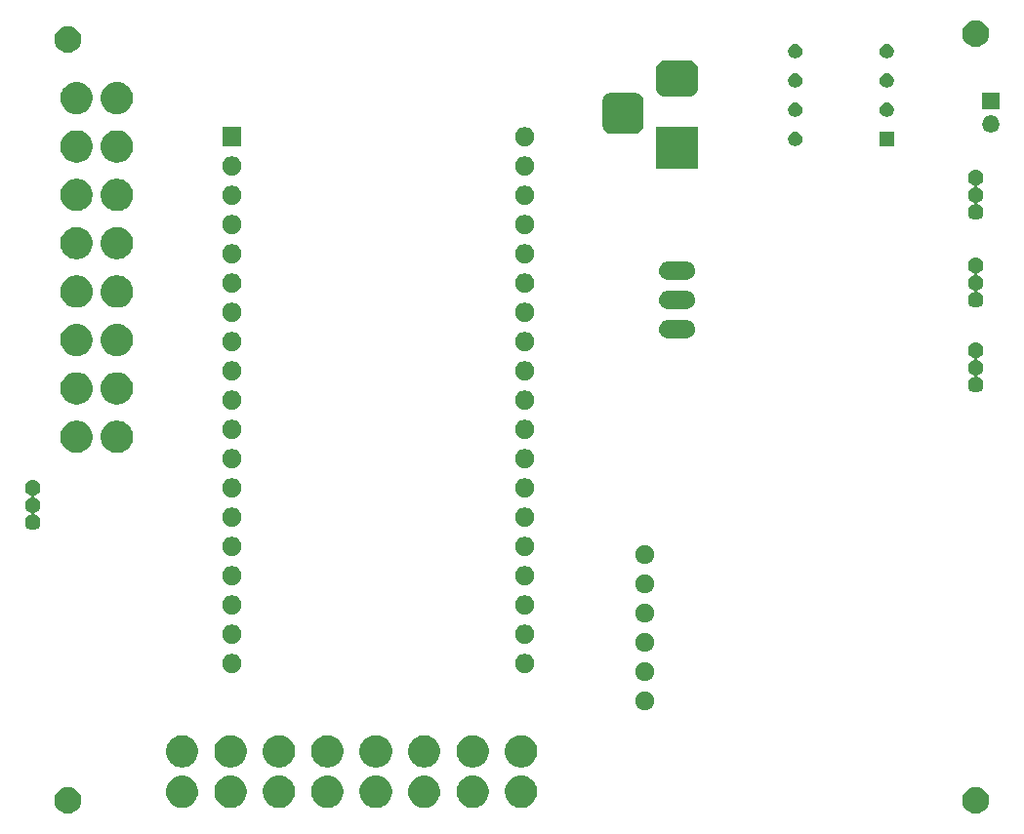
<source format=gbr>
G04 #@! TF.GenerationSoftware,KiCad,Pcbnew,(5.1.4)-1*
G04 #@! TF.CreationDate,2021-09-17T13:15:57-05:00*
G04 #@! TF.ProjectId,CareMate,43617265-4d61-4746-952e-6b696361645f,rev?*
G04 #@! TF.SameCoordinates,Original*
G04 #@! TF.FileFunction,Soldermask,Bot*
G04 #@! TF.FilePolarity,Negative*
%FSLAX46Y46*%
G04 Gerber Fmt 4.6, Leading zero omitted, Abs format (unit mm)*
G04 Created by KiCad (PCBNEW (5.1.4)-1) date 2021-09-17 13:15:57*
%MOMM*%
%LPD*%
G04 APERTURE LIST*
%ADD10C,0.100000*%
G04 APERTURE END LIST*
D10*
G36*
X132304549Y-95391116D02*
G01*
X132415734Y-95413232D01*
X132625203Y-95499997D01*
X132813720Y-95625960D01*
X132974040Y-95786280D01*
X133100003Y-95974797D01*
X133186768Y-96184266D01*
X133231000Y-96406636D01*
X133231000Y-96633364D01*
X133186768Y-96855734D01*
X133100003Y-97065203D01*
X132974040Y-97253720D01*
X132813720Y-97414040D01*
X132625203Y-97540003D01*
X132415734Y-97626768D01*
X132304549Y-97648884D01*
X132193365Y-97671000D01*
X131966635Y-97671000D01*
X131855451Y-97648884D01*
X131744266Y-97626768D01*
X131534797Y-97540003D01*
X131346280Y-97414040D01*
X131185960Y-97253720D01*
X131059997Y-97065203D01*
X130973232Y-96855734D01*
X130929000Y-96633364D01*
X130929000Y-96406636D01*
X130973232Y-96184266D01*
X131059997Y-95974797D01*
X131185960Y-95786280D01*
X131346280Y-95625960D01*
X131534797Y-95499997D01*
X131744266Y-95413232D01*
X131855451Y-95391116D01*
X131966635Y-95369000D01*
X132193365Y-95369000D01*
X132304549Y-95391116D01*
X132304549Y-95391116D01*
G37*
G36*
X53564549Y-95391116D02*
G01*
X53675734Y-95413232D01*
X53885203Y-95499997D01*
X54073720Y-95625960D01*
X54234040Y-95786280D01*
X54360003Y-95974797D01*
X54446768Y-96184266D01*
X54491000Y-96406636D01*
X54491000Y-96633364D01*
X54446768Y-96855734D01*
X54360003Y-97065203D01*
X54234040Y-97253720D01*
X54073720Y-97414040D01*
X53885203Y-97540003D01*
X53675734Y-97626768D01*
X53564549Y-97648884D01*
X53453365Y-97671000D01*
X53226635Y-97671000D01*
X53115451Y-97648884D01*
X53004266Y-97626768D01*
X52794797Y-97540003D01*
X52606280Y-97414040D01*
X52445960Y-97253720D01*
X52319997Y-97065203D01*
X52233232Y-96855734D01*
X52189000Y-96633364D01*
X52189000Y-96406636D01*
X52233232Y-96184266D01*
X52319997Y-95974797D01*
X52445960Y-95786280D01*
X52606280Y-95625960D01*
X52794797Y-95499997D01*
X53004266Y-95413232D01*
X53115451Y-95391116D01*
X53226635Y-95369000D01*
X53453365Y-95369000D01*
X53564549Y-95391116D01*
X53564549Y-95391116D01*
G37*
G36*
X63564433Y-94404893D02*
G01*
X63654657Y-94422839D01*
X63760267Y-94466585D01*
X63909621Y-94528449D01*
X63909622Y-94528450D01*
X64139086Y-94681772D01*
X64334228Y-94876914D01*
X64436675Y-95030237D01*
X64487551Y-95106379D01*
X64593161Y-95361344D01*
X64647000Y-95632012D01*
X64647000Y-95907988D01*
X64611107Y-96088433D01*
X64593161Y-96178657D01*
X64590837Y-96184267D01*
X64487551Y-96433621D01*
X64487550Y-96433622D01*
X64334228Y-96663086D01*
X64139086Y-96858228D01*
X63985763Y-96960675D01*
X63909621Y-97011551D01*
X63760267Y-97073415D01*
X63654657Y-97117161D01*
X63564433Y-97135107D01*
X63383988Y-97171000D01*
X63108012Y-97171000D01*
X62927567Y-97135107D01*
X62837343Y-97117161D01*
X62731733Y-97073415D01*
X62582379Y-97011551D01*
X62506237Y-96960675D01*
X62352914Y-96858228D01*
X62157772Y-96663086D01*
X62004450Y-96433622D01*
X62004449Y-96433621D01*
X61901163Y-96184267D01*
X61898839Y-96178657D01*
X61880893Y-96088433D01*
X61845000Y-95907988D01*
X61845000Y-95632012D01*
X61898839Y-95361344D01*
X62004449Y-95106379D01*
X62055325Y-95030237D01*
X62157772Y-94876914D01*
X62352914Y-94681772D01*
X62582378Y-94528450D01*
X62582379Y-94528449D01*
X62731733Y-94466585D01*
X62837343Y-94422839D01*
X62927567Y-94404893D01*
X63108012Y-94369000D01*
X63383988Y-94369000D01*
X63564433Y-94404893D01*
X63564433Y-94404893D01*
G37*
G36*
X80364433Y-94404893D02*
G01*
X80454657Y-94422839D01*
X80560267Y-94466585D01*
X80709621Y-94528449D01*
X80709622Y-94528450D01*
X80939086Y-94681772D01*
X81134228Y-94876914D01*
X81236675Y-95030237D01*
X81287551Y-95106379D01*
X81393161Y-95361344D01*
X81447000Y-95632012D01*
X81447000Y-95907988D01*
X81411107Y-96088433D01*
X81393161Y-96178657D01*
X81390837Y-96184267D01*
X81287551Y-96433621D01*
X81287550Y-96433622D01*
X81134228Y-96663086D01*
X80939086Y-96858228D01*
X80785763Y-96960675D01*
X80709621Y-97011551D01*
X80560267Y-97073415D01*
X80454657Y-97117161D01*
X80364433Y-97135107D01*
X80183988Y-97171000D01*
X79908012Y-97171000D01*
X79727567Y-97135107D01*
X79637343Y-97117161D01*
X79531733Y-97073415D01*
X79382379Y-97011551D01*
X79306237Y-96960675D01*
X79152914Y-96858228D01*
X78957772Y-96663086D01*
X78804450Y-96433622D01*
X78804449Y-96433621D01*
X78701163Y-96184267D01*
X78698839Y-96178657D01*
X78680893Y-96088433D01*
X78645000Y-95907988D01*
X78645000Y-95632012D01*
X78698839Y-95361344D01*
X78804449Y-95106379D01*
X78855325Y-95030237D01*
X78957772Y-94876914D01*
X79152914Y-94681772D01*
X79382378Y-94528450D01*
X79382379Y-94528449D01*
X79531733Y-94466585D01*
X79637343Y-94422839D01*
X79727567Y-94404893D01*
X79908012Y-94369000D01*
X80183988Y-94369000D01*
X80364433Y-94404893D01*
X80364433Y-94404893D01*
G37*
G36*
X92964433Y-94404893D02*
G01*
X93054657Y-94422839D01*
X93160267Y-94466585D01*
X93309621Y-94528449D01*
X93309622Y-94528450D01*
X93539086Y-94681772D01*
X93734228Y-94876914D01*
X93836675Y-95030237D01*
X93887551Y-95106379D01*
X93993161Y-95361344D01*
X94047000Y-95632012D01*
X94047000Y-95907988D01*
X94011107Y-96088433D01*
X93993161Y-96178657D01*
X93990837Y-96184267D01*
X93887551Y-96433621D01*
X93887550Y-96433622D01*
X93734228Y-96663086D01*
X93539086Y-96858228D01*
X93385763Y-96960675D01*
X93309621Y-97011551D01*
X93160267Y-97073415D01*
X93054657Y-97117161D01*
X92964433Y-97135107D01*
X92783988Y-97171000D01*
X92508012Y-97171000D01*
X92327567Y-97135107D01*
X92237343Y-97117161D01*
X92131733Y-97073415D01*
X91982379Y-97011551D01*
X91906237Y-96960675D01*
X91752914Y-96858228D01*
X91557772Y-96663086D01*
X91404450Y-96433622D01*
X91404449Y-96433621D01*
X91301163Y-96184267D01*
X91298839Y-96178657D01*
X91280893Y-96088433D01*
X91245000Y-95907988D01*
X91245000Y-95632012D01*
X91298839Y-95361344D01*
X91404449Y-95106379D01*
X91455325Y-95030237D01*
X91557772Y-94876914D01*
X91752914Y-94681772D01*
X91982378Y-94528450D01*
X91982379Y-94528449D01*
X92131733Y-94466585D01*
X92237343Y-94422839D01*
X92327567Y-94404893D01*
X92508012Y-94369000D01*
X92783988Y-94369000D01*
X92964433Y-94404893D01*
X92964433Y-94404893D01*
G37*
G36*
X88764433Y-94404893D02*
G01*
X88854657Y-94422839D01*
X88960267Y-94466585D01*
X89109621Y-94528449D01*
X89109622Y-94528450D01*
X89339086Y-94681772D01*
X89534228Y-94876914D01*
X89636675Y-95030237D01*
X89687551Y-95106379D01*
X89793161Y-95361344D01*
X89847000Y-95632012D01*
X89847000Y-95907988D01*
X89811107Y-96088433D01*
X89793161Y-96178657D01*
X89790837Y-96184267D01*
X89687551Y-96433621D01*
X89687550Y-96433622D01*
X89534228Y-96663086D01*
X89339086Y-96858228D01*
X89185763Y-96960675D01*
X89109621Y-97011551D01*
X88960267Y-97073415D01*
X88854657Y-97117161D01*
X88764433Y-97135107D01*
X88583988Y-97171000D01*
X88308012Y-97171000D01*
X88127567Y-97135107D01*
X88037343Y-97117161D01*
X87931733Y-97073415D01*
X87782379Y-97011551D01*
X87706237Y-96960675D01*
X87552914Y-96858228D01*
X87357772Y-96663086D01*
X87204450Y-96433622D01*
X87204449Y-96433621D01*
X87101163Y-96184267D01*
X87098839Y-96178657D01*
X87080893Y-96088433D01*
X87045000Y-95907988D01*
X87045000Y-95632012D01*
X87098839Y-95361344D01*
X87204449Y-95106379D01*
X87255325Y-95030237D01*
X87357772Y-94876914D01*
X87552914Y-94681772D01*
X87782378Y-94528450D01*
X87782379Y-94528449D01*
X87931733Y-94466585D01*
X88037343Y-94422839D01*
X88127567Y-94404893D01*
X88308012Y-94369000D01*
X88583988Y-94369000D01*
X88764433Y-94404893D01*
X88764433Y-94404893D01*
G37*
G36*
X84564433Y-94404893D02*
G01*
X84654657Y-94422839D01*
X84760267Y-94466585D01*
X84909621Y-94528449D01*
X84909622Y-94528450D01*
X85139086Y-94681772D01*
X85334228Y-94876914D01*
X85436675Y-95030237D01*
X85487551Y-95106379D01*
X85593161Y-95361344D01*
X85647000Y-95632012D01*
X85647000Y-95907988D01*
X85611107Y-96088433D01*
X85593161Y-96178657D01*
X85590837Y-96184267D01*
X85487551Y-96433621D01*
X85487550Y-96433622D01*
X85334228Y-96663086D01*
X85139086Y-96858228D01*
X84985763Y-96960675D01*
X84909621Y-97011551D01*
X84760267Y-97073415D01*
X84654657Y-97117161D01*
X84564433Y-97135107D01*
X84383988Y-97171000D01*
X84108012Y-97171000D01*
X83927567Y-97135107D01*
X83837343Y-97117161D01*
X83731733Y-97073415D01*
X83582379Y-97011551D01*
X83506237Y-96960675D01*
X83352914Y-96858228D01*
X83157772Y-96663086D01*
X83004450Y-96433622D01*
X83004449Y-96433621D01*
X82901163Y-96184267D01*
X82898839Y-96178657D01*
X82880893Y-96088433D01*
X82845000Y-95907988D01*
X82845000Y-95632012D01*
X82898839Y-95361344D01*
X83004449Y-95106379D01*
X83055325Y-95030237D01*
X83157772Y-94876914D01*
X83352914Y-94681772D01*
X83582378Y-94528450D01*
X83582379Y-94528449D01*
X83731733Y-94466585D01*
X83837343Y-94422839D01*
X83927567Y-94404893D01*
X84108012Y-94369000D01*
X84383988Y-94369000D01*
X84564433Y-94404893D01*
X84564433Y-94404893D01*
G37*
G36*
X71964433Y-94404893D02*
G01*
X72054657Y-94422839D01*
X72160267Y-94466585D01*
X72309621Y-94528449D01*
X72309622Y-94528450D01*
X72539086Y-94681772D01*
X72734228Y-94876914D01*
X72836675Y-95030237D01*
X72887551Y-95106379D01*
X72993161Y-95361344D01*
X73047000Y-95632012D01*
X73047000Y-95907988D01*
X73011107Y-96088433D01*
X72993161Y-96178657D01*
X72990837Y-96184267D01*
X72887551Y-96433621D01*
X72887550Y-96433622D01*
X72734228Y-96663086D01*
X72539086Y-96858228D01*
X72385763Y-96960675D01*
X72309621Y-97011551D01*
X72160267Y-97073415D01*
X72054657Y-97117161D01*
X71964433Y-97135107D01*
X71783988Y-97171000D01*
X71508012Y-97171000D01*
X71327567Y-97135107D01*
X71237343Y-97117161D01*
X71131733Y-97073415D01*
X70982379Y-97011551D01*
X70906237Y-96960675D01*
X70752914Y-96858228D01*
X70557772Y-96663086D01*
X70404450Y-96433622D01*
X70404449Y-96433621D01*
X70301163Y-96184267D01*
X70298839Y-96178657D01*
X70280893Y-96088433D01*
X70245000Y-95907988D01*
X70245000Y-95632012D01*
X70298839Y-95361344D01*
X70404449Y-95106379D01*
X70455325Y-95030237D01*
X70557772Y-94876914D01*
X70752914Y-94681772D01*
X70982378Y-94528450D01*
X70982379Y-94528449D01*
X71131733Y-94466585D01*
X71237343Y-94422839D01*
X71327567Y-94404893D01*
X71508012Y-94369000D01*
X71783988Y-94369000D01*
X71964433Y-94404893D01*
X71964433Y-94404893D01*
G37*
G36*
X67764433Y-94404893D02*
G01*
X67854657Y-94422839D01*
X67960267Y-94466585D01*
X68109621Y-94528449D01*
X68109622Y-94528450D01*
X68339086Y-94681772D01*
X68534228Y-94876914D01*
X68636675Y-95030237D01*
X68687551Y-95106379D01*
X68793161Y-95361344D01*
X68847000Y-95632012D01*
X68847000Y-95907988D01*
X68811107Y-96088433D01*
X68793161Y-96178657D01*
X68790837Y-96184267D01*
X68687551Y-96433621D01*
X68687550Y-96433622D01*
X68534228Y-96663086D01*
X68339086Y-96858228D01*
X68185763Y-96960675D01*
X68109621Y-97011551D01*
X67960267Y-97073415D01*
X67854657Y-97117161D01*
X67764433Y-97135107D01*
X67583988Y-97171000D01*
X67308012Y-97171000D01*
X67127567Y-97135107D01*
X67037343Y-97117161D01*
X66931733Y-97073415D01*
X66782379Y-97011551D01*
X66706237Y-96960675D01*
X66552914Y-96858228D01*
X66357772Y-96663086D01*
X66204450Y-96433622D01*
X66204449Y-96433621D01*
X66101163Y-96184267D01*
X66098839Y-96178657D01*
X66080893Y-96088433D01*
X66045000Y-95907988D01*
X66045000Y-95632012D01*
X66098839Y-95361344D01*
X66204449Y-95106379D01*
X66255325Y-95030237D01*
X66357772Y-94876914D01*
X66552914Y-94681772D01*
X66782378Y-94528450D01*
X66782379Y-94528449D01*
X66931733Y-94466585D01*
X67037343Y-94422839D01*
X67127567Y-94404893D01*
X67308012Y-94369000D01*
X67583988Y-94369000D01*
X67764433Y-94404893D01*
X67764433Y-94404893D01*
G37*
G36*
X76164433Y-94404893D02*
G01*
X76254657Y-94422839D01*
X76360267Y-94466585D01*
X76509621Y-94528449D01*
X76509622Y-94528450D01*
X76739086Y-94681772D01*
X76934228Y-94876914D01*
X77036675Y-95030237D01*
X77087551Y-95106379D01*
X77193161Y-95361344D01*
X77247000Y-95632012D01*
X77247000Y-95907988D01*
X77211107Y-96088433D01*
X77193161Y-96178657D01*
X77190837Y-96184267D01*
X77087551Y-96433621D01*
X77087550Y-96433622D01*
X76934228Y-96663086D01*
X76739086Y-96858228D01*
X76585763Y-96960675D01*
X76509621Y-97011551D01*
X76360267Y-97073415D01*
X76254657Y-97117161D01*
X76164433Y-97135107D01*
X75983988Y-97171000D01*
X75708012Y-97171000D01*
X75527567Y-97135107D01*
X75437343Y-97117161D01*
X75331733Y-97073415D01*
X75182379Y-97011551D01*
X75106237Y-96960675D01*
X74952914Y-96858228D01*
X74757772Y-96663086D01*
X74604450Y-96433622D01*
X74604449Y-96433621D01*
X74501163Y-96184267D01*
X74498839Y-96178657D01*
X74480893Y-96088433D01*
X74445000Y-95907988D01*
X74445000Y-95632012D01*
X74498839Y-95361344D01*
X74604449Y-95106379D01*
X74655325Y-95030237D01*
X74757772Y-94876914D01*
X74952914Y-94681772D01*
X75182378Y-94528450D01*
X75182379Y-94528449D01*
X75331733Y-94466585D01*
X75437343Y-94422839D01*
X75527567Y-94404893D01*
X75708012Y-94369000D01*
X75983988Y-94369000D01*
X76164433Y-94404893D01*
X76164433Y-94404893D01*
G37*
G36*
X67764433Y-90904893D02*
G01*
X67854657Y-90922839D01*
X67960267Y-90966585D01*
X68109621Y-91028449D01*
X68109622Y-91028450D01*
X68339086Y-91181772D01*
X68534228Y-91376914D01*
X68636675Y-91530237D01*
X68687551Y-91606379D01*
X68793161Y-91861344D01*
X68847000Y-92132012D01*
X68847000Y-92407988D01*
X68793161Y-92678656D01*
X68687551Y-92933621D01*
X68687550Y-92933622D01*
X68534228Y-93163086D01*
X68339086Y-93358228D01*
X68185763Y-93460675D01*
X68109621Y-93511551D01*
X67960267Y-93573415D01*
X67854657Y-93617161D01*
X67764433Y-93635107D01*
X67583988Y-93671000D01*
X67308012Y-93671000D01*
X67127567Y-93635107D01*
X67037343Y-93617161D01*
X66931733Y-93573415D01*
X66782379Y-93511551D01*
X66706237Y-93460675D01*
X66552914Y-93358228D01*
X66357772Y-93163086D01*
X66204450Y-92933622D01*
X66204449Y-92933621D01*
X66098839Y-92678656D01*
X66045000Y-92407988D01*
X66045000Y-92132012D01*
X66098839Y-91861344D01*
X66204449Y-91606379D01*
X66255325Y-91530237D01*
X66357772Y-91376914D01*
X66552914Y-91181772D01*
X66782378Y-91028450D01*
X66782379Y-91028449D01*
X66931733Y-90966585D01*
X67037343Y-90922839D01*
X67127567Y-90904893D01*
X67308012Y-90869000D01*
X67583988Y-90869000D01*
X67764433Y-90904893D01*
X67764433Y-90904893D01*
G37*
G36*
X76164433Y-90904893D02*
G01*
X76254657Y-90922839D01*
X76360267Y-90966585D01*
X76509621Y-91028449D01*
X76509622Y-91028450D01*
X76739086Y-91181772D01*
X76934228Y-91376914D01*
X77036675Y-91530237D01*
X77087551Y-91606379D01*
X77193161Y-91861344D01*
X77247000Y-92132012D01*
X77247000Y-92407988D01*
X77193161Y-92678656D01*
X77087551Y-92933621D01*
X77087550Y-92933622D01*
X76934228Y-93163086D01*
X76739086Y-93358228D01*
X76585763Y-93460675D01*
X76509621Y-93511551D01*
X76360267Y-93573415D01*
X76254657Y-93617161D01*
X76164433Y-93635107D01*
X75983988Y-93671000D01*
X75708012Y-93671000D01*
X75527567Y-93635107D01*
X75437343Y-93617161D01*
X75331733Y-93573415D01*
X75182379Y-93511551D01*
X75106237Y-93460675D01*
X74952914Y-93358228D01*
X74757772Y-93163086D01*
X74604450Y-92933622D01*
X74604449Y-92933621D01*
X74498839Y-92678656D01*
X74445000Y-92407988D01*
X74445000Y-92132012D01*
X74498839Y-91861344D01*
X74604449Y-91606379D01*
X74655325Y-91530237D01*
X74757772Y-91376914D01*
X74952914Y-91181772D01*
X75182378Y-91028450D01*
X75182379Y-91028449D01*
X75331733Y-90966585D01*
X75437343Y-90922839D01*
X75527567Y-90904893D01*
X75708012Y-90869000D01*
X75983988Y-90869000D01*
X76164433Y-90904893D01*
X76164433Y-90904893D01*
G37*
G36*
X71964433Y-90904893D02*
G01*
X72054657Y-90922839D01*
X72160267Y-90966585D01*
X72309621Y-91028449D01*
X72309622Y-91028450D01*
X72539086Y-91181772D01*
X72734228Y-91376914D01*
X72836675Y-91530237D01*
X72887551Y-91606379D01*
X72993161Y-91861344D01*
X73047000Y-92132012D01*
X73047000Y-92407988D01*
X72993161Y-92678656D01*
X72887551Y-92933621D01*
X72887550Y-92933622D01*
X72734228Y-93163086D01*
X72539086Y-93358228D01*
X72385763Y-93460675D01*
X72309621Y-93511551D01*
X72160267Y-93573415D01*
X72054657Y-93617161D01*
X71964433Y-93635107D01*
X71783988Y-93671000D01*
X71508012Y-93671000D01*
X71327567Y-93635107D01*
X71237343Y-93617161D01*
X71131733Y-93573415D01*
X70982379Y-93511551D01*
X70906237Y-93460675D01*
X70752914Y-93358228D01*
X70557772Y-93163086D01*
X70404450Y-92933622D01*
X70404449Y-92933621D01*
X70298839Y-92678656D01*
X70245000Y-92407988D01*
X70245000Y-92132012D01*
X70298839Y-91861344D01*
X70404449Y-91606379D01*
X70455325Y-91530237D01*
X70557772Y-91376914D01*
X70752914Y-91181772D01*
X70982378Y-91028450D01*
X70982379Y-91028449D01*
X71131733Y-90966585D01*
X71237343Y-90922839D01*
X71327567Y-90904893D01*
X71508012Y-90869000D01*
X71783988Y-90869000D01*
X71964433Y-90904893D01*
X71964433Y-90904893D01*
G37*
G36*
X80364433Y-90904893D02*
G01*
X80454657Y-90922839D01*
X80560267Y-90966585D01*
X80709621Y-91028449D01*
X80709622Y-91028450D01*
X80939086Y-91181772D01*
X81134228Y-91376914D01*
X81236675Y-91530237D01*
X81287551Y-91606379D01*
X81393161Y-91861344D01*
X81447000Y-92132012D01*
X81447000Y-92407988D01*
X81393161Y-92678656D01*
X81287551Y-92933621D01*
X81287550Y-92933622D01*
X81134228Y-93163086D01*
X80939086Y-93358228D01*
X80785763Y-93460675D01*
X80709621Y-93511551D01*
X80560267Y-93573415D01*
X80454657Y-93617161D01*
X80364433Y-93635107D01*
X80183988Y-93671000D01*
X79908012Y-93671000D01*
X79727567Y-93635107D01*
X79637343Y-93617161D01*
X79531733Y-93573415D01*
X79382379Y-93511551D01*
X79306237Y-93460675D01*
X79152914Y-93358228D01*
X78957772Y-93163086D01*
X78804450Y-92933622D01*
X78804449Y-92933621D01*
X78698839Y-92678656D01*
X78645000Y-92407988D01*
X78645000Y-92132012D01*
X78698839Y-91861344D01*
X78804449Y-91606379D01*
X78855325Y-91530237D01*
X78957772Y-91376914D01*
X79152914Y-91181772D01*
X79382378Y-91028450D01*
X79382379Y-91028449D01*
X79531733Y-90966585D01*
X79637343Y-90922839D01*
X79727567Y-90904893D01*
X79908012Y-90869000D01*
X80183988Y-90869000D01*
X80364433Y-90904893D01*
X80364433Y-90904893D01*
G37*
G36*
X84564433Y-90904893D02*
G01*
X84654657Y-90922839D01*
X84760267Y-90966585D01*
X84909621Y-91028449D01*
X84909622Y-91028450D01*
X85139086Y-91181772D01*
X85334228Y-91376914D01*
X85436675Y-91530237D01*
X85487551Y-91606379D01*
X85593161Y-91861344D01*
X85647000Y-92132012D01*
X85647000Y-92407988D01*
X85593161Y-92678656D01*
X85487551Y-92933621D01*
X85487550Y-92933622D01*
X85334228Y-93163086D01*
X85139086Y-93358228D01*
X84985763Y-93460675D01*
X84909621Y-93511551D01*
X84760267Y-93573415D01*
X84654657Y-93617161D01*
X84564433Y-93635107D01*
X84383988Y-93671000D01*
X84108012Y-93671000D01*
X83927567Y-93635107D01*
X83837343Y-93617161D01*
X83731733Y-93573415D01*
X83582379Y-93511551D01*
X83506237Y-93460675D01*
X83352914Y-93358228D01*
X83157772Y-93163086D01*
X83004450Y-92933622D01*
X83004449Y-92933621D01*
X82898839Y-92678656D01*
X82845000Y-92407988D01*
X82845000Y-92132012D01*
X82898839Y-91861344D01*
X83004449Y-91606379D01*
X83055325Y-91530237D01*
X83157772Y-91376914D01*
X83352914Y-91181772D01*
X83582378Y-91028450D01*
X83582379Y-91028449D01*
X83731733Y-90966585D01*
X83837343Y-90922839D01*
X83927567Y-90904893D01*
X84108012Y-90869000D01*
X84383988Y-90869000D01*
X84564433Y-90904893D01*
X84564433Y-90904893D01*
G37*
G36*
X88764433Y-90904893D02*
G01*
X88854657Y-90922839D01*
X88960267Y-90966585D01*
X89109621Y-91028449D01*
X89109622Y-91028450D01*
X89339086Y-91181772D01*
X89534228Y-91376914D01*
X89636675Y-91530237D01*
X89687551Y-91606379D01*
X89793161Y-91861344D01*
X89847000Y-92132012D01*
X89847000Y-92407988D01*
X89793161Y-92678656D01*
X89687551Y-92933621D01*
X89687550Y-92933622D01*
X89534228Y-93163086D01*
X89339086Y-93358228D01*
X89185763Y-93460675D01*
X89109621Y-93511551D01*
X88960267Y-93573415D01*
X88854657Y-93617161D01*
X88764433Y-93635107D01*
X88583988Y-93671000D01*
X88308012Y-93671000D01*
X88127567Y-93635107D01*
X88037343Y-93617161D01*
X87931733Y-93573415D01*
X87782379Y-93511551D01*
X87706237Y-93460675D01*
X87552914Y-93358228D01*
X87357772Y-93163086D01*
X87204450Y-92933622D01*
X87204449Y-92933621D01*
X87098839Y-92678656D01*
X87045000Y-92407988D01*
X87045000Y-92132012D01*
X87098839Y-91861344D01*
X87204449Y-91606379D01*
X87255325Y-91530237D01*
X87357772Y-91376914D01*
X87552914Y-91181772D01*
X87782378Y-91028450D01*
X87782379Y-91028449D01*
X87931733Y-90966585D01*
X88037343Y-90922839D01*
X88127567Y-90904893D01*
X88308012Y-90869000D01*
X88583988Y-90869000D01*
X88764433Y-90904893D01*
X88764433Y-90904893D01*
G37*
G36*
X92964433Y-90904893D02*
G01*
X93054657Y-90922839D01*
X93160267Y-90966585D01*
X93309621Y-91028449D01*
X93309622Y-91028450D01*
X93539086Y-91181772D01*
X93734228Y-91376914D01*
X93836675Y-91530237D01*
X93887551Y-91606379D01*
X93993161Y-91861344D01*
X94047000Y-92132012D01*
X94047000Y-92407988D01*
X93993161Y-92678656D01*
X93887551Y-92933621D01*
X93887550Y-92933622D01*
X93734228Y-93163086D01*
X93539086Y-93358228D01*
X93385763Y-93460675D01*
X93309621Y-93511551D01*
X93160267Y-93573415D01*
X93054657Y-93617161D01*
X92964433Y-93635107D01*
X92783988Y-93671000D01*
X92508012Y-93671000D01*
X92327567Y-93635107D01*
X92237343Y-93617161D01*
X92131733Y-93573415D01*
X91982379Y-93511551D01*
X91906237Y-93460675D01*
X91752914Y-93358228D01*
X91557772Y-93163086D01*
X91404450Y-92933622D01*
X91404449Y-92933621D01*
X91298839Y-92678656D01*
X91245000Y-92407988D01*
X91245000Y-92132012D01*
X91298839Y-91861344D01*
X91404449Y-91606379D01*
X91455325Y-91530237D01*
X91557772Y-91376914D01*
X91752914Y-91181772D01*
X91982378Y-91028450D01*
X91982379Y-91028449D01*
X92131733Y-90966585D01*
X92237343Y-90922839D01*
X92327567Y-90904893D01*
X92508012Y-90869000D01*
X92783988Y-90869000D01*
X92964433Y-90904893D01*
X92964433Y-90904893D01*
G37*
G36*
X63564433Y-90904893D02*
G01*
X63654657Y-90922839D01*
X63760267Y-90966585D01*
X63909621Y-91028449D01*
X63909622Y-91028450D01*
X64139086Y-91181772D01*
X64334228Y-91376914D01*
X64436675Y-91530237D01*
X64487551Y-91606379D01*
X64593161Y-91861344D01*
X64647000Y-92132012D01*
X64647000Y-92407988D01*
X64593161Y-92678656D01*
X64487551Y-92933621D01*
X64487550Y-92933622D01*
X64334228Y-93163086D01*
X64139086Y-93358228D01*
X63985763Y-93460675D01*
X63909621Y-93511551D01*
X63760267Y-93573415D01*
X63654657Y-93617161D01*
X63564433Y-93635107D01*
X63383988Y-93671000D01*
X63108012Y-93671000D01*
X62927567Y-93635107D01*
X62837343Y-93617161D01*
X62731733Y-93573415D01*
X62582379Y-93511551D01*
X62506237Y-93460675D01*
X62352914Y-93358228D01*
X62157772Y-93163086D01*
X62004450Y-92933622D01*
X62004449Y-92933621D01*
X61898839Y-92678656D01*
X61845000Y-92407988D01*
X61845000Y-92132012D01*
X61898839Y-91861344D01*
X62004449Y-91606379D01*
X62055325Y-91530237D01*
X62157772Y-91376914D01*
X62352914Y-91181772D01*
X62582378Y-91028450D01*
X62582379Y-91028449D01*
X62731733Y-90966585D01*
X62837343Y-90922839D01*
X62927567Y-90904893D01*
X63108012Y-90869000D01*
X63383988Y-90869000D01*
X63564433Y-90904893D01*
X63564433Y-90904893D01*
G37*
G36*
X103615142Y-87102242D02*
G01*
X103763101Y-87163529D01*
X103896255Y-87252499D01*
X104009501Y-87365745D01*
X104098471Y-87498899D01*
X104159758Y-87646858D01*
X104191000Y-87803925D01*
X104191000Y-87964075D01*
X104159758Y-88121142D01*
X104098471Y-88269101D01*
X104009501Y-88402255D01*
X103896255Y-88515501D01*
X103763101Y-88604471D01*
X103615142Y-88665758D01*
X103458075Y-88697000D01*
X103297925Y-88697000D01*
X103140858Y-88665758D01*
X102992899Y-88604471D01*
X102859745Y-88515501D01*
X102746499Y-88402255D01*
X102657529Y-88269101D01*
X102596242Y-88121142D01*
X102565000Y-87964075D01*
X102565000Y-87803925D01*
X102596242Y-87646858D01*
X102657529Y-87498899D01*
X102746499Y-87365745D01*
X102859745Y-87252499D01*
X102992899Y-87163529D01*
X103140858Y-87102242D01*
X103297925Y-87071000D01*
X103458075Y-87071000D01*
X103615142Y-87102242D01*
X103615142Y-87102242D01*
G37*
G36*
X103615142Y-84562242D02*
G01*
X103763101Y-84623529D01*
X103896255Y-84712499D01*
X104009501Y-84825745D01*
X104098471Y-84958899D01*
X104159758Y-85106858D01*
X104191000Y-85263925D01*
X104191000Y-85424075D01*
X104159758Y-85581142D01*
X104098471Y-85729101D01*
X104009501Y-85862255D01*
X103896255Y-85975501D01*
X103763101Y-86064471D01*
X103615142Y-86125758D01*
X103458075Y-86157000D01*
X103297925Y-86157000D01*
X103140858Y-86125758D01*
X102992899Y-86064471D01*
X102859745Y-85975501D01*
X102746499Y-85862255D01*
X102657529Y-85729101D01*
X102596242Y-85581142D01*
X102565000Y-85424075D01*
X102565000Y-85263925D01*
X102596242Y-85106858D01*
X102657529Y-84958899D01*
X102746499Y-84825745D01*
X102859745Y-84712499D01*
X102992899Y-84623529D01*
X103140858Y-84562242D01*
X103297925Y-84531000D01*
X103458075Y-84531000D01*
X103615142Y-84562242D01*
X103615142Y-84562242D01*
G37*
G36*
X93206394Y-83834934D02*
G01*
X93357624Y-83897576D01*
X93357626Y-83897577D01*
X93493732Y-83988520D01*
X93609480Y-84104268D01*
X93700423Y-84240374D01*
X93700424Y-84240376D01*
X93763066Y-84391606D01*
X93795000Y-84552152D01*
X93795000Y-84715848D01*
X93763066Y-84876394D01*
X93700424Y-85027624D01*
X93700423Y-85027626D01*
X93609480Y-85163732D01*
X93493732Y-85279480D01*
X93357626Y-85370423D01*
X93357625Y-85370424D01*
X93357624Y-85370424D01*
X93206394Y-85433066D01*
X93045848Y-85465000D01*
X92882152Y-85465000D01*
X92721606Y-85433066D01*
X92570376Y-85370424D01*
X92570375Y-85370424D01*
X92570374Y-85370423D01*
X92434268Y-85279480D01*
X92318520Y-85163732D01*
X92227577Y-85027626D01*
X92227576Y-85027624D01*
X92164934Y-84876394D01*
X92133000Y-84715848D01*
X92133000Y-84552152D01*
X92164934Y-84391606D01*
X92227576Y-84240376D01*
X92227577Y-84240374D01*
X92318520Y-84104268D01*
X92434268Y-83988520D01*
X92570374Y-83897577D01*
X92570376Y-83897576D01*
X92721606Y-83834934D01*
X92882152Y-83803000D01*
X93045848Y-83803000D01*
X93206394Y-83834934D01*
X93206394Y-83834934D01*
G37*
G36*
X67806394Y-83834934D02*
G01*
X67957624Y-83897576D01*
X67957626Y-83897577D01*
X68093732Y-83988520D01*
X68209480Y-84104268D01*
X68300423Y-84240374D01*
X68300424Y-84240376D01*
X68363066Y-84391606D01*
X68395000Y-84552152D01*
X68395000Y-84715848D01*
X68363066Y-84876394D01*
X68300424Y-85027624D01*
X68300423Y-85027626D01*
X68209480Y-85163732D01*
X68093732Y-85279480D01*
X67957626Y-85370423D01*
X67957625Y-85370424D01*
X67957624Y-85370424D01*
X67806394Y-85433066D01*
X67645848Y-85465000D01*
X67482152Y-85465000D01*
X67321606Y-85433066D01*
X67170376Y-85370424D01*
X67170375Y-85370424D01*
X67170374Y-85370423D01*
X67034268Y-85279480D01*
X66918520Y-85163732D01*
X66827577Y-85027626D01*
X66827576Y-85027624D01*
X66764934Y-84876394D01*
X66733000Y-84715848D01*
X66733000Y-84552152D01*
X66764934Y-84391606D01*
X66827576Y-84240376D01*
X66827577Y-84240374D01*
X66918520Y-84104268D01*
X67034268Y-83988520D01*
X67170374Y-83897577D01*
X67170376Y-83897576D01*
X67321606Y-83834934D01*
X67482152Y-83803000D01*
X67645848Y-83803000D01*
X67806394Y-83834934D01*
X67806394Y-83834934D01*
G37*
G36*
X103615142Y-82022242D02*
G01*
X103763101Y-82083529D01*
X103896255Y-82172499D01*
X104009501Y-82285745D01*
X104098471Y-82418899D01*
X104159758Y-82566858D01*
X104191000Y-82723925D01*
X104191000Y-82884075D01*
X104159758Y-83041142D01*
X104098471Y-83189101D01*
X104009501Y-83322255D01*
X103896255Y-83435501D01*
X103763101Y-83524471D01*
X103615142Y-83585758D01*
X103458075Y-83617000D01*
X103297925Y-83617000D01*
X103140858Y-83585758D01*
X102992899Y-83524471D01*
X102859745Y-83435501D01*
X102746499Y-83322255D01*
X102657529Y-83189101D01*
X102596242Y-83041142D01*
X102565000Y-82884075D01*
X102565000Y-82723925D01*
X102596242Y-82566858D01*
X102657529Y-82418899D01*
X102746499Y-82285745D01*
X102859745Y-82172499D01*
X102992899Y-82083529D01*
X103140858Y-82022242D01*
X103297925Y-81991000D01*
X103458075Y-81991000D01*
X103615142Y-82022242D01*
X103615142Y-82022242D01*
G37*
G36*
X67806394Y-81294934D02*
G01*
X67957624Y-81357576D01*
X67957626Y-81357577D01*
X68093732Y-81448520D01*
X68209480Y-81564268D01*
X68300423Y-81700374D01*
X68300424Y-81700376D01*
X68363066Y-81851606D01*
X68395000Y-82012152D01*
X68395000Y-82175848D01*
X68363066Y-82336394D01*
X68300424Y-82487624D01*
X68300423Y-82487626D01*
X68209480Y-82623732D01*
X68093732Y-82739480D01*
X67957626Y-82830423D01*
X67957625Y-82830424D01*
X67957624Y-82830424D01*
X67806394Y-82893066D01*
X67645848Y-82925000D01*
X67482152Y-82925000D01*
X67321606Y-82893066D01*
X67170376Y-82830424D01*
X67170375Y-82830424D01*
X67170374Y-82830423D01*
X67034268Y-82739480D01*
X66918520Y-82623732D01*
X66827577Y-82487626D01*
X66827576Y-82487624D01*
X66764934Y-82336394D01*
X66733000Y-82175848D01*
X66733000Y-82012152D01*
X66764934Y-81851606D01*
X66827576Y-81700376D01*
X66827577Y-81700374D01*
X66918520Y-81564268D01*
X67034268Y-81448520D01*
X67170374Y-81357577D01*
X67170376Y-81357576D01*
X67321606Y-81294934D01*
X67482152Y-81263000D01*
X67645848Y-81263000D01*
X67806394Y-81294934D01*
X67806394Y-81294934D01*
G37*
G36*
X93206394Y-81294934D02*
G01*
X93357624Y-81357576D01*
X93357626Y-81357577D01*
X93493732Y-81448520D01*
X93609480Y-81564268D01*
X93700423Y-81700374D01*
X93700424Y-81700376D01*
X93763066Y-81851606D01*
X93795000Y-82012152D01*
X93795000Y-82175848D01*
X93763066Y-82336394D01*
X93700424Y-82487624D01*
X93700423Y-82487626D01*
X93609480Y-82623732D01*
X93493732Y-82739480D01*
X93357626Y-82830423D01*
X93357625Y-82830424D01*
X93357624Y-82830424D01*
X93206394Y-82893066D01*
X93045848Y-82925000D01*
X92882152Y-82925000D01*
X92721606Y-82893066D01*
X92570376Y-82830424D01*
X92570375Y-82830424D01*
X92570374Y-82830423D01*
X92434268Y-82739480D01*
X92318520Y-82623732D01*
X92227577Y-82487626D01*
X92227576Y-82487624D01*
X92164934Y-82336394D01*
X92133000Y-82175848D01*
X92133000Y-82012152D01*
X92164934Y-81851606D01*
X92227576Y-81700376D01*
X92227577Y-81700374D01*
X92318520Y-81564268D01*
X92434268Y-81448520D01*
X92570374Y-81357577D01*
X92570376Y-81357576D01*
X92721606Y-81294934D01*
X92882152Y-81263000D01*
X93045848Y-81263000D01*
X93206394Y-81294934D01*
X93206394Y-81294934D01*
G37*
G36*
X103615142Y-79482242D02*
G01*
X103763101Y-79543529D01*
X103896255Y-79632499D01*
X104009501Y-79745745D01*
X104098471Y-79878899D01*
X104159758Y-80026858D01*
X104191000Y-80183925D01*
X104191000Y-80344075D01*
X104159758Y-80501142D01*
X104098471Y-80649101D01*
X104009501Y-80782255D01*
X103896255Y-80895501D01*
X103763101Y-80984471D01*
X103615142Y-81045758D01*
X103458075Y-81077000D01*
X103297925Y-81077000D01*
X103140858Y-81045758D01*
X102992899Y-80984471D01*
X102859745Y-80895501D01*
X102746499Y-80782255D01*
X102657529Y-80649101D01*
X102596242Y-80501142D01*
X102565000Y-80344075D01*
X102565000Y-80183925D01*
X102596242Y-80026858D01*
X102657529Y-79878899D01*
X102746499Y-79745745D01*
X102859745Y-79632499D01*
X102992899Y-79543529D01*
X103140858Y-79482242D01*
X103297925Y-79451000D01*
X103458075Y-79451000D01*
X103615142Y-79482242D01*
X103615142Y-79482242D01*
G37*
G36*
X67806394Y-78754934D02*
G01*
X67957624Y-78817576D01*
X67957626Y-78817577D01*
X68093732Y-78908520D01*
X68209480Y-79024268D01*
X68300423Y-79160374D01*
X68300424Y-79160376D01*
X68363066Y-79311606D01*
X68395000Y-79472152D01*
X68395000Y-79635848D01*
X68363066Y-79796394D01*
X68300424Y-79947624D01*
X68300423Y-79947626D01*
X68209480Y-80083732D01*
X68093732Y-80199480D01*
X67957626Y-80290423D01*
X67957625Y-80290424D01*
X67957624Y-80290424D01*
X67806394Y-80353066D01*
X67645848Y-80385000D01*
X67482152Y-80385000D01*
X67321606Y-80353066D01*
X67170376Y-80290424D01*
X67170375Y-80290424D01*
X67170374Y-80290423D01*
X67034268Y-80199480D01*
X66918520Y-80083732D01*
X66827577Y-79947626D01*
X66827576Y-79947624D01*
X66764934Y-79796394D01*
X66733000Y-79635848D01*
X66733000Y-79472152D01*
X66764934Y-79311606D01*
X66827576Y-79160376D01*
X66827577Y-79160374D01*
X66918520Y-79024268D01*
X67034268Y-78908520D01*
X67170374Y-78817577D01*
X67170376Y-78817576D01*
X67321606Y-78754934D01*
X67482152Y-78723000D01*
X67645848Y-78723000D01*
X67806394Y-78754934D01*
X67806394Y-78754934D01*
G37*
G36*
X93206394Y-78754934D02*
G01*
X93357624Y-78817576D01*
X93357626Y-78817577D01*
X93493732Y-78908520D01*
X93609480Y-79024268D01*
X93700423Y-79160374D01*
X93700424Y-79160376D01*
X93763066Y-79311606D01*
X93795000Y-79472152D01*
X93795000Y-79635848D01*
X93763066Y-79796394D01*
X93700424Y-79947624D01*
X93700423Y-79947626D01*
X93609480Y-80083732D01*
X93493732Y-80199480D01*
X93357626Y-80290423D01*
X93357625Y-80290424D01*
X93357624Y-80290424D01*
X93206394Y-80353066D01*
X93045848Y-80385000D01*
X92882152Y-80385000D01*
X92721606Y-80353066D01*
X92570376Y-80290424D01*
X92570375Y-80290424D01*
X92570374Y-80290423D01*
X92434268Y-80199480D01*
X92318520Y-80083732D01*
X92227577Y-79947626D01*
X92227576Y-79947624D01*
X92164934Y-79796394D01*
X92133000Y-79635848D01*
X92133000Y-79472152D01*
X92164934Y-79311606D01*
X92227576Y-79160376D01*
X92227577Y-79160374D01*
X92318520Y-79024268D01*
X92434268Y-78908520D01*
X92570374Y-78817577D01*
X92570376Y-78817576D01*
X92721606Y-78754934D01*
X92882152Y-78723000D01*
X93045848Y-78723000D01*
X93206394Y-78754934D01*
X93206394Y-78754934D01*
G37*
G36*
X103615142Y-76942242D02*
G01*
X103763101Y-77003529D01*
X103896255Y-77092499D01*
X104009501Y-77205745D01*
X104098471Y-77338899D01*
X104159758Y-77486858D01*
X104191000Y-77643925D01*
X104191000Y-77804075D01*
X104159758Y-77961142D01*
X104098471Y-78109101D01*
X104009501Y-78242255D01*
X103896255Y-78355501D01*
X103763101Y-78444471D01*
X103615142Y-78505758D01*
X103458075Y-78537000D01*
X103297925Y-78537000D01*
X103140858Y-78505758D01*
X102992899Y-78444471D01*
X102859745Y-78355501D01*
X102746499Y-78242255D01*
X102657529Y-78109101D01*
X102596242Y-77961142D01*
X102565000Y-77804075D01*
X102565000Y-77643925D01*
X102596242Y-77486858D01*
X102657529Y-77338899D01*
X102746499Y-77205745D01*
X102859745Y-77092499D01*
X102992899Y-77003529D01*
X103140858Y-76942242D01*
X103297925Y-76911000D01*
X103458075Y-76911000D01*
X103615142Y-76942242D01*
X103615142Y-76942242D01*
G37*
G36*
X93206394Y-76214934D02*
G01*
X93357624Y-76277576D01*
X93357626Y-76277577D01*
X93493732Y-76368520D01*
X93609480Y-76484268D01*
X93700423Y-76620374D01*
X93700424Y-76620376D01*
X93763066Y-76771606D01*
X93795000Y-76932152D01*
X93795000Y-77095848D01*
X93763066Y-77256394D01*
X93700424Y-77407624D01*
X93700423Y-77407626D01*
X93609480Y-77543732D01*
X93493732Y-77659480D01*
X93357626Y-77750423D01*
X93357625Y-77750424D01*
X93357624Y-77750424D01*
X93206394Y-77813066D01*
X93045848Y-77845000D01*
X92882152Y-77845000D01*
X92721606Y-77813066D01*
X92570376Y-77750424D01*
X92570375Y-77750424D01*
X92570374Y-77750423D01*
X92434268Y-77659480D01*
X92318520Y-77543732D01*
X92227577Y-77407626D01*
X92227576Y-77407624D01*
X92164934Y-77256394D01*
X92133000Y-77095848D01*
X92133000Y-76932152D01*
X92164934Y-76771606D01*
X92227576Y-76620376D01*
X92227577Y-76620374D01*
X92318520Y-76484268D01*
X92434268Y-76368520D01*
X92570374Y-76277577D01*
X92570376Y-76277576D01*
X92721606Y-76214934D01*
X92882152Y-76183000D01*
X93045848Y-76183000D01*
X93206394Y-76214934D01*
X93206394Y-76214934D01*
G37*
G36*
X67806394Y-76214934D02*
G01*
X67957624Y-76277576D01*
X67957626Y-76277577D01*
X68093732Y-76368520D01*
X68209480Y-76484268D01*
X68300423Y-76620374D01*
X68300424Y-76620376D01*
X68363066Y-76771606D01*
X68395000Y-76932152D01*
X68395000Y-77095848D01*
X68363066Y-77256394D01*
X68300424Y-77407624D01*
X68300423Y-77407626D01*
X68209480Y-77543732D01*
X68093732Y-77659480D01*
X67957626Y-77750423D01*
X67957625Y-77750424D01*
X67957624Y-77750424D01*
X67806394Y-77813066D01*
X67645848Y-77845000D01*
X67482152Y-77845000D01*
X67321606Y-77813066D01*
X67170376Y-77750424D01*
X67170375Y-77750424D01*
X67170374Y-77750423D01*
X67034268Y-77659480D01*
X66918520Y-77543732D01*
X66827577Y-77407626D01*
X66827576Y-77407624D01*
X66764934Y-77256394D01*
X66733000Y-77095848D01*
X66733000Y-76932152D01*
X66764934Y-76771606D01*
X66827576Y-76620376D01*
X66827577Y-76620374D01*
X66918520Y-76484268D01*
X67034268Y-76368520D01*
X67170374Y-76277577D01*
X67170376Y-76277576D01*
X67321606Y-76214934D01*
X67482152Y-76183000D01*
X67645848Y-76183000D01*
X67806394Y-76214934D01*
X67806394Y-76214934D01*
G37*
G36*
X103615142Y-74402242D02*
G01*
X103763101Y-74463529D01*
X103896255Y-74552499D01*
X104009501Y-74665745D01*
X104098471Y-74798899D01*
X104159758Y-74946858D01*
X104191000Y-75103925D01*
X104191000Y-75264075D01*
X104159758Y-75421142D01*
X104098471Y-75569101D01*
X104009501Y-75702255D01*
X103896255Y-75815501D01*
X103763101Y-75904471D01*
X103615142Y-75965758D01*
X103458075Y-75997000D01*
X103297925Y-75997000D01*
X103140858Y-75965758D01*
X102992899Y-75904471D01*
X102859745Y-75815501D01*
X102746499Y-75702255D01*
X102657529Y-75569101D01*
X102596242Y-75421142D01*
X102565000Y-75264075D01*
X102565000Y-75103925D01*
X102596242Y-74946858D01*
X102657529Y-74798899D01*
X102746499Y-74665745D01*
X102859745Y-74552499D01*
X102992899Y-74463529D01*
X103140858Y-74402242D01*
X103297925Y-74371000D01*
X103458075Y-74371000D01*
X103615142Y-74402242D01*
X103615142Y-74402242D01*
G37*
G36*
X93206394Y-73674934D02*
G01*
X93357624Y-73737576D01*
X93357626Y-73737577D01*
X93493732Y-73828520D01*
X93609480Y-73944268D01*
X93700423Y-74080374D01*
X93700424Y-74080376D01*
X93763066Y-74231606D01*
X93795000Y-74392152D01*
X93795000Y-74555848D01*
X93763066Y-74716394D01*
X93700424Y-74867624D01*
X93700423Y-74867626D01*
X93609480Y-75003732D01*
X93493732Y-75119480D01*
X93357626Y-75210423D01*
X93357625Y-75210424D01*
X93357624Y-75210424D01*
X93206394Y-75273066D01*
X93045848Y-75305000D01*
X92882152Y-75305000D01*
X92721606Y-75273066D01*
X92570376Y-75210424D01*
X92570375Y-75210424D01*
X92570374Y-75210423D01*
X92434268Y-75119480D01*
X92318520Y-75003732D01*
X92227577Y-74867626D01*
X92227576Y-74867624D01*
X92164934Y-74716394D01*
X92133000Y-74555848D01*
X92133000Y-74392152D01*
X92164934Y-74231606D01*
X92227576Y-74080376D01*
X92227577Y-74080374D01*
X92318520Y-73944268D01*
X92434268Y-73828520D01*
X92570374Y-73737577D01*
X92570376Y-73737576D01*
X92721606Y-73674934D01*
X92882152Y-73643000D01*
X93045848Y-73643000D01*
X93206394Y-73674934D01*
X93206394Y-73674934D01*
G37*
G36*
X67806394Y-73674934D02*
G01*
X67957624Y-73737576D01*
X67957626Y-73737577D01*
X68093732Y-73828520D01*
X68209480Y-73944268D01*
X68300423Y-74080374D01*
X68300424Y-74080376D01*
X68363066Y-74231606D01*
X68395000Y-74392152D01*
X68395000Y-74555848D01*
X68363066Y-74716394D01*
X68300424Y-74867624D01*
X68300423Y-74867626D01*
X68209480Y-75003732D01*
X68093732Y-75119480D01*
X67957626Y-75210423D01*
X67957625Y-75210424D01*
X67957624Y-75210424D01*
X67806394Y-75273066D01*
X67645848Y-75305000D01*
X67482152Y-75305000D01*
X67321606Y-75273066D01*
X67170376Y-75210424D01*
X67170375Y-75210424D01*
X67170374Y-75210423D01*
X67034268Y-75119480D01*
X66918520Y-75003732D01*
X66827577Y-74867626D01*
X66827576Y-74867624D01*
X66764934Y-74716394D01*
X66733000Y-74555848D01*
X66733000Y-74392152D01*
X66764934Y-74231606D01*
X66827576Y-74080376D01*
X66827577Y-74080374D01*
X66918520Y-73944268D01*
X67034268Y-73828520D01*
X67170374Y-73737577D01*
X67170376Y-73737576D01*
X67321606Y-73674934D01*
X67482152Y-73643000D01*
X67645848Y-73643000D01*
X67806394Y-73674934D01*
X67806394Y-73674934D01*
G37*
G36*
X50488394Y-68742574D02*
G01*
X50610927Y-68793328D01*
X50721202Y-68867012D01*
X50814988Y-68960798D01*
X50888672Y-69071073D01*
X50939426Y-69193606D01*
X50965300Y-69323684D01*
X50965300Y-69456316D01*
X50939426Y-69586394D01*
X50888672Y-69708927D01*
X50814988Y-69819202D01*
X50721202Y-69912988D01*
X50610925Y-69986673D01*
X50519562Y-70024516D01*
X50497951Y-70036067D01*
X50479009Y-70051612D01*
X50463464Y-70070554D01*
X50451912Y-70092164D01*
X50444799Y-70115613D01*
X50442397Y-70139999D01*
X50444799Y-70164385D01*
X50451912Y-70187834D01*
X50463463Y-70209445D01*
X50479008Y-70228387D01*
X50497950Y-70243932D01*
X50519562Y-70255484D01*
X50610925Y-70293327D01*
X50721202Y-70367012D01*
X50814988Y-70460798D01*
X50888672Y-70571073D01*
X50939426Y-70693606D01*
X50965300Y-70823684D01*
X50965300Y-70956316D01*
X50939426Y-71086394D01*
X50888672Y-71208927D01*
X50814988Y-71319202D01*
X50721202Y-71412988D01*
X50610925Y-71486673D01*
X50519562Y-71524516D01*
X50497951Y-71536067D01*
X50479009Y-71551612D01*
X50463464Y-71570554D01*
X50451912Y-71592164D01*
X50444799Y-71615613D01*
X50442397Y-71639999D01*
X50444799Y-71664385D01*
X50451912Y-71687834D01*
X50463463Y-71709445D01*
X50479008Y-71728387D01*
X50497950Y-71743932D01*
X50519562Y-71755484D01*
X50610925Y-71793327D01*
X50721202Y-71867012D01*
X50814988Y-71960798D01*
X50888672Y-72071073D01*
X50939426Y-72193606D01*
X50965300Y-72323684D01*
X50965300Y-72456316D01*
X50939426Y-72586394D01*
X50888672Y-72708927D01*
X50814988Y-72819202D01*
X50721202Y-72912988D01*
X50610927Y-72986672D01*
X50488394Y-73037426D01*
X50358316Y-73063300D01*
X50225684Y-73063300D01*
X50095606Y-73037426D01*
X49973073Y-72986672D01*
X49862798Y-72912988D01*
X49769012Y-72819202D01*
X49695328Y-72708927D01*
X49644574Y-72586394D01*
X49618700Y-72456316D01*
X49618700Y-72323684D01*
X49644574Y-72193606D01*
X49695328Y-72071073D01*
X49769012Y-71960798D01*
X49862798Y-71867012D01*
X49973075Y-71793327D01*
X50064438Y-71755484D01*
X50086049Y-71743933D01*
X50104991Y-71728388D01*
X50120536Y-71709446D01*
X50132088Y-71687836D01*
X50139201Y-71664387D01*
X50141603Y-71640001D01*
X50139201Y-71615615D01*
X50132088Y-71592166D01*
X50120537Y-71570555D01*
X50104992Y-71551613D01*
X50086050Y-71536068D01*
X50064438Y-71524516D01*
X49973075Y-71486673D01*
X49862798Y-71412988D01*
X49769012Y-71319202D01*
X49695328Y-71208927D01*
X49644574Y-71086394D01*
X49618700Y-70956316D01*
X49618700Y-70823684D01*
X49644574Y-70693606D01*
X49695328Y-70571073D01*
X49769012Y-70460798D01*
X49862798Y-70367012D01*
X49973075Y-70293327D01*
X50064438Y-70255484D01*
X50086049Y-70243933D01*
X50104991Y-70228388D01*
X50120536Y-70209446D01*
X50132088Y-70187836D01*
X50139201Y-70164387D01*
X50141603Y-70140001D01*
X50139201Y-70115615D01*
X50132088Y-70092166D01*
X50120537Y-70070555D01*
X50104992Y-70051613D01*
X50086050Y-70036068D01*
X50064438Y-70024516D01*
X49973075Y-69986673D01*
X49862798Y-69912988D01*
X49769012Y-69819202D01*
X49695328Y-69708927D01*
X49644574Y-69586394D01*
X49618700Y-69456316D01*
X49618700Y-69323684D01*
X49644574Y-69193606D01*
X49695328Y-69071073D01*
X49769012Y-68960798D01*
X49862798Y-68867012D01*
X49973073Y-68793328D01*
X50095606Y-68742574D01*
X50225684Y-68716700D01*
X50358316Y-68716700D01*
X50488394Y-68742574D01*
X50488394Y-68742574D01*
G37*
G36*
X93206394Y-71134934D02*
G01*
X93357624Y-71197576D01*
X93357626Y-71197577D01*
X93493732Y-71288520D01*
X93609480Y-71404268D01*
X93698453Y-71537426D01*
X93700424Y-71540376D01*
X93763066Y-71691606D01*
X93795000Y-71852152D01*
X93795000Y-72015848D01*
X93763066Y-72176394D01*
X93702056Y-72323684D01*
X93700423Y-72327626D01*
X93609480Y-72463732D01*
X93493732Y-72579480D01*
X93357626Y-72670423D01*
X93357625Y-72670424D01*
X93357624Y-72670424D01*
X93206394Y-72733066D01*
X93045848Y-72765000D01*
X92882152Y-72765000D01*
X92721606Y-72733066D01*
X92570376Y-72670424D01*
X92570375Y-72670424D01*
X92570374Y-72670423D01*
X92434268Y-72579480D01*
X92318520Y-72463732D01*
X92227577Y-72327626D01*
X92225944Y-72323684D01*
X92164934Y-72176394D01*
X92133000Y-72015848D01*
X92133000Y-71852152D01*
X92164934Y-71691606D01*
X92227576Y-71540376D01*
X92229547Y-71537426D01*
X92318520Y-71404268D01*
X92434268Y-71288520D01*
X92570374Y-71197577D01*
X92570376Y-71197576D01*
X92721606Y-71134934D01*
X92882152Y-71103000D01*
X93045848Y-71103000D01*
X93206394Y-71134934D01*
X93206394Y-71134934D01*
G37*
G36*
X67806394Y-71134934D02*
G01*
X67957624Y-71197576D01*
X67957626Y-71197577D01*
X68093732Y-71288520D01*
X68209480Y-71404268D01*
X68298453Y-71537426D01*
X68300424Y-71540376D01*
X68363066Y-71691606D01*
X68395000Y-71852152D01*
X68395000Y-72015848D01*
X68363066Y-72176394D01*
X68302056Y-72323684D01*
X68300423Y-72327626D01*
X68209480Y-72463732D01*
X68093732Y-72579480D01*
X67957626Y-72670423D01*
X67957625Y-72670424D01*
X67957624Y-72670424D01*
X67806394Y-72733066D01*
X67645848Y-72765000D01*
X67482152Y-72765000D01*
X67321606Y-72733066D01*
X67170376Y-72670424D01*
X67170375Y-72670424D01*
X67170374Y-72670423D01*
X67034268Y-72579480D01*
X66918520Y-72463732D01*
X66827577Y-72327626D01*
X66825944Y-72323684D01*
X66764934Y-72176394D01*
X66733000Y-72015848D01*
X66733000Y-71852152D01*
X66764934Y-71691606D01*
X66827576Y-71540376D01*
X66829547Y-71537426D01*
X66918520Y-71404268D01*
X67034268Y-71288520D01*
X67170374Y-71197577D01*
X67170376Y-71197576D01*
X67321606Y-71134934D01*
X67482152Y-71103000D01*
X67645848Y-71103000D01*
X67806394Y-71134934D01*
X67806394Y-71134934D01*
G37*
G36*
X67806394Y-68594934D02*
G01*
X67957624Y-68657576D01*
X67957626Y-68657577D01*
X68093732Y-68748520D01*
X68209480Y-68864268D01*
X68273979Y-68960798D01*
X68300424Y-69000376D01*
X68363066Y-69151606D01*
X68395000Y-69312152D01*
X68395000Y-69475848D01*
X68363066Y-69636394D01*
X68300424Y-69787624D01*
X68300423Y-69787626D01*
X68209480Y-69923732D01*
X68093732Y-70039480D01*
X67957626Y-70130423D01*
X67957625Y-70130424D01*
X67957624Y-70130424D01*
X67806394Y-70193066D01*
X67645848Y-70225000D01*
X67482152Y-70225000D01*
X67321606Y-70193066D01*
X67170376Y-70130424D01*
X67170375Y-70130424D01*
X67170374Y-70130423D01*
X67034268Y-70039480D01*
X66918520Y-69923732D01*
X66827577Y-69787626D01*
X66827576Y-69787624D01*
X66764934Y-69636394D01*
X66733000Y-69475848D01*
X66733000Y-69312152D01*
X66764934Y-69151606D01*
X66827576Y-69000376D01*
X66854021Y-68960798D01*
X66918520Y-68864268D01*
X67034268Y-68748520D01*
X67170374Y-68657577D01*
X67170376Y-68657576D01*
X67321606Y-68594934D01*
X67482152Y-68563000D01*
X67645848Y-68563000D01*
X67806394Y-68594934D01*
X67806394Y-68594934D01*
G37*
G36*
X93206394Y-68594934D02*
G01*
X93357624Y-68657576D01*
X93357626Y-68657577D01*
X93493732Y-68748520D01*
X93609480Y-68864268D01*
X93673979Y-68960798D01*
X93700424Y-69000376D01*
X93763066Y-69151606D01*
X93795000Y-69312152D01*
X93795000Y-69475848D01*
X93763066Y-69636394D01*
X93700424Y-69787624D01*
X93700423Y-69787626D01*
X93609480Y-69923732D01*
X93493732Y-70039480D01*
X93357626Y-70130423D01*
X93357625Y-70130424D01*
X93357624Y-70130424D01*
X93206394Y-70193066D01*
X93045848Y-70225000D01*
X92882152Y-70225000D01*
X92721606Y-70193066D01*
X92570376Y-70130424D01*
X92570375Y-70130424D01*
X92570374Y-70130423D01*
X92434268Y-70039480D01*
X92318520Y-69923732D01*
X92227577Y-69787626D01*
X92227576Y-69787624D01*
X92164934Y-69636394D01*
X92133000Y-69475848D01*
X92133000Y-69312152D01*
X92164934Y-69151606D01*
X92227576Y-69000376D01*
X92254021Y-68960798D01*
X92318520Y-68864268D01*
X92434268Y-68748520D01*
X92570374Y-68657577D01*
X92570376Y-68657576D01*
X92721606Y-68594934D01*
X92882152Y-68563000D01*
X93045848Y-68563000D01*
X93206394Y-68594934D01*
X93206394Y-68594934D01*
G37*
G36*
X67806394Y-66054934D02*
G01*
X67957624Y-66117576D01*
X67957626Y-66117577D01*
X68093732Y-66208520D01*
X68209480Y-66324268D01*
X68300423Y-66460374D01*
X68300424Y-66460376D01*
X68363066Y-66611606D01*
X68395000Y-66772152D01*
X68395000Y-66935848D01*
X68363066Y-67096394D01*
X68300424Y-67247624D01*
X68300423Y-67247626D01*
X68209480Y-67383732D01*
X68093732Y-67499480D01*
X67957626Y-67590423D01*
X67957625Y-67590424D01*
X67957624Y-67590424D01*
X67806394Y-67653066D01*
X67645848Y-67685000D01*
X67482152Y-67685000D01*
X67321606Y-67653066D01*
X67170376Y-67590424D01*
X67170375Y-67590424D01*
X67170374Y-67590423D01*
X67034268Y-67499480D01*
X66918520Y-67383732D01*
X66827577Y-67247626D01*
X66827576Y-67247624D01*
X66764934Y-67096394D01*
X66733000Y-66935848D01*
X66733000Y-66772152D01*
X66764934Y-66611606D01*
X66827576Y-66460376D01*
X66827577Y-66460374D01*
X66918520Y-66324268D01*
X67034268Y-66208520D01*
X67170374Y-66117577D01*
X67170376Y-66117576D01*
X67321606Y-66054934D01*
X67482152Y-66023000D01*
X67645848Y-66023000D01*
X67806394Y-66054934D01*
X67806394Y-66054934D01*
G37*
G36*
X93206394Y-66054934D02*
G01*
X93357624Y-66117576D01*
X93357626Y-66117577D01*
X93493732Y-66208520D01*
X93609480Y-66324268D01*
X93700423Y-66460374D01*
X93700424Y-66460376D01*
X93763066Y-66611606D01*
X93795000Y-66772152D01*
X93795000Y-66935848D01*
X93763066Y-67096394D01*
X93700424Y-67247624D01*
X93700423Y-67247626D01*
X93609480Y-67383732D01*
X93493732Y-67499480D01*
X93357626Y-67590423D01*
X93357625Y-67590424D01*
X93357624Y-67590424D01*
X93206394Y-67653066D01*
X93045848Y-67685000D01*
X92882152Y-67685000D01*
X92721606Y-67653066D01*
X92570376Y-67590424D01*
X92570375Y-67590424D01*
X92570374Y-67590423D01*
X92434268Y-67499480D01*
X92318520Y-67383732D01*
X92227577Y-67247626D01*
X92227576Y-67247624D01*
X92164934Y-67096394D01*
X92133000Y-66935848D01*
X92133000Y-66772152D01*
X92164934Y-66611606D01*
X92227576Y-66460376D01*
X92227577Y-66460374D01*
X92318520Y-66324268D01*
X92434268Y-66208520D01*
X92570374Y-66117577D01*
X92570376Y-66117576D01*
X92721606Y-66054934D01*
X92882152Y-66023000D01*
X93045848Y-66023000D01*
X93206394Y-66054934D01*
X93206394Y-66054934D01*
G37*
G36*
X57908433Y-63594893D02*
G01*
X57998657Y-63612839D01*
X58104267Y-63656585D01*
X58253621Y-63718449D01*
X58253622Y-63718450D01*
X58483086Y-63871772D01*
X58678228Y-64066914D01*
X58780675Y-64220237D01*
X58831551Y-64296379D01*
X58937161Y-64551344D01*
X58991000Y-64822012D01*
X58991000Y-65097988D01*
X58937161Y-65368656D01*
X58831551Y-65623621D01*
X58831550Y-65623622D01*
X58678228Y-65853086D01*
X58483086Y-66048228D01*
X58379297Y-66117577D01*
X58253621Y-66201551D01*
X58104267Y-66263415D01*
X57998657Y-66307161D01*
X57912653Y-66324268D01*
X57727988Y-66361000D01*
X57452012Y-66361000D01*
X57267347Y-66324268D01*
X57181343Y-66307161D01*
X57075733Y-66263415D01*
X56926379Y-66201551D01*
X56800703Y-66117577D01*
X56696914Y-66048228D01*
X56501772Y-65853086D01*
X56348450Y-65623622D01*
X56348449Y-65623621D01*
X56242839Y-65368656D01*
X56189000Y-65097988D01*
X56189000Y-64822012D01*
X56242839Y-64551344D01*
X56348449Y-64296379D01*
X56399325Y-64220237D01*
X56501772Y-64066914D01*
X56696914Y-63871772D01*
X56926378Y-63718450D01*
X56926379Y-63718449D01*
X57075733Y-63656585D01*
X57181343Y-63612839D01*
X57271567Y-63594893D01*
X57452012Y-63559000D01*
X57727988Y-63559000D01*
X57908433Y-63594893D01*
X57908433Y-63594893D01*
G37*
G36*
X54408433Y-63594893D02*
G01*
X54498657Y-63612839D01*
X54604267Y-63656585D01*
X54753621Y-63718449D01*
X54753622Y-63718450D01*
X54983086Y-63871772D01*
X55178228Y-64066914D01*
X55280675Y-64220237D01*
X55331551Y-64296379D01*
X55437161Y-64551344D01*
X55491000Y-64822012D01*
X55491000Y-65097988D01*
X55437161Y-65368656D01*
X55331551Y-65623621D01*
X55331550Y-65623622D01*
X55178228Y-65853086D01*
X54983086Y-66048228D01*
X54879297Y-66117577D01*
X54753621Y-66201551D01*
X54604267Y-66263415D01*
X54498657Y-66307161D01*
X54412653Y-66324268D01*
X54227988Y-66361000D01*
X53952012Y-66361000D01*
X53767347Y-66324268D01*
X53681343Y-66307161D01*
X53575733Y-66263415D01*
X53426379Y-66201551D01*
X53300703Y-66117577D01*
X53196914Y-66048228D01*
X53001772Y-65853086D01*
X52848450Y-65623622D01*
X52848449Y-65623621D01*
X52742839Y-65368656D01*
X52689000Y-65097988D01*
X52689000Y-64822012D01*
X52742839Y-64551344D01*
X52848449Y-64296379D01*
X52899325Y-64220237D01*
X53001772Y-64066914D01*
X53196914Y-63871772D01*
X53426378Y-63718450D01*
X53426379Y-63718449D01*
X53575733Y-63656585D01*
X53681343Y-63612839D01*
X53771567Y-63594893D01*
X53952012Y-63559000D01*
X54227988Y-63559000D01*
X54408433Y-63594893D01*
X54408433Y-63594893D01*
G37*
G36*
X93206394Y-63514934D02*
G01*
X93357624Y-63577576D01*
X93357626Y-63577577D01*
X93493732Y-63668520D01*
X93609480Y-63784268D01*
X93667948Y-63871772D01*
X93700424Y-63920376D01*
X93763066Y-64071606D01*
X93795000Y-64232152D01*
X93795000Y-64395848D01*
X93763066Y-64556394D01*
X93700424Y-64707624D01*
X93700423Y-64707626D01*
X93609480Y-64843732D01*
X93493732Y-64959480D01*
X93357626Y-65050423D01*
X93357625Y-65050424D01*
X93357624Y-65050424D01*
X93206394Y-65113066D01*
X93045848Y-65145000D01*
X92882152Y-65145000D01*
X92721606Y-65113066D01*
X92570376Y-65050424D01*
X92570375Y-65050424D01*
X92570374Y-65050423D01*
X92434268Y-64959480D01*
X92318520Y-64843732D01*
X92227577Y-64707626D01*
X92227576Y-64707624D01*
X92164934Y-64556394D01*
X92133000Y-64395848D01*
X92133000Y-64232152D01*
X92164934Y-64071606D01*
X92227576Y-63920376D01*
X92260052Y-63871772D01*
X92318520Y-63784268D01*
X92434268Y-63668520D01*
X92570374Y-63577577D01*
X92570376Y-63577576D01*
X92721606Y-63514934D01*
X92882152Y-63483000D01*
X93045848Y-63483000D01*
X93206394Y-63514934D01*
X93206394Y-63514934D01*
G37*
G36*
X67806394Y-63514934D02*
G01*
X67957624Y-63577576D01*
X67957626Y-63577577D01*
X68093732Y-63668520D01*
X68209480Y-63784268D01*
X68267948Y-63871772D01*
X68300424Y-63920376D01*
X68363066Y-64071606D01*
X68395000Y-64232152D01*
X68395000Y-64395848D01*
X68363066Y-64556394D01*
X68300424Y-64707624D01*
X68300423Y-64707626D01*
X68209480Y-64843732D01*
X68093732Y-64959480D01*
X67957626Y-65050423D01*
X67957625Y-65050424D01*
X67957624Y-65050424D01*
X67806394Y-65113066D01*
X67645848Y-65145000D01*
X67482152Y-65145000D01*
X67321606Y-65113066D01*
X67170376Y-65050424D01*
X67170375Y-65050424D01*
X67170374Y-65050423D01*
X67034268Y-64959480D01*
X66918520Y-64843732D01*
X66827577Y-64707626D01*
X66827576Y-64707624D01*
X66764934Y-64556394D01*
X66733000Y-64395848D01*
X66733000Y-64232152D01*
X66764934Y-64071606D01*
X66827576Y-63920376D01*
X66860052Y-63871772D01*
X66918520Y-63784268D01*
X67034268Y-63668520D01*
X67170374Y-63577577D01*
X67170376Y-63577576D01*
X67321606Y-63514934D01*
X67482152Y-63483000D01*
X67645848Y-63483000D01*
X67806394Y-63514934D01*
X67806394Y-63514934D01*
G37*
G36*
X67806394Y-60974934D02*
G01*
X67957624Y-61037576D01*
X67957626Y-61037577D01*
X68093732Y-61128520D01*
X68209480Y-61244268D01*
X68300423Y-61380374D01*
X68300424Y-61380376D01*
X68363066Y-61531606D01*
X68395000Y-61692152D01*
X68395000Y-61855848D01*
X68363066Y-62016394D01*
X68303168Y-62161000D01*
X68300423Y-62167626D01*
X68209480Y-62303732D01*
X68093732Y-62419480D01*
X67957626Y-62510423D01*
X67957625Y-62510424D01*
X67957624Y-62510424D01*
X67806394Y-62573066D01*
X67645848Y-62605000D01*
X67482152Y-62605000D01*
X67321606Y-62573066D01*
X67170376Y-62510424D01*
X67170375Y-62510424D01*
X67170374Y-62510423D01*
X67034268Y-62419480D01*
X66918520Y-62303732D01*
X66827577Y-62167626D01*
X66824832Y-62161000D01*
X66764934Y-62016394D01*
X66733000Y-61855848D01*
X66733000Y-61692152D01*
X66764934Y-61531606D01*
X66827576Y-61380376D01*
X66827577Y-61380374D01*
X66918520Y-61244268D01*
X67034268Y-61128520D01*
X67170374Y-61037577D01*
X67170376Y-61037576D01*
X67321606Y-60974934D01*
X67482152Y-60943000D01*
X67645848Y-60943000D01*
X67806394Y-60974934D01*
X67806394Y-60974934D01*
G37*
G36*
X93206394Y-60974934D02*
G01*
X93357624Y-61037576D01*
X93357626Y-61037577D01*
X93493732Y-61128520D01*
X93609480Y-61244268D01*
X93700423Y-61380374D01*
X93700424Y-61380376D01*
X93763066Y-61531606D01*
X93795000Y-61692152D01*
X93795000Y-61855848D01*
X93763066Y-62016394D01*
X93703168Y-62161000D01*
X93700423Y-62167626D01*
X93609480Y-62303732D01*
X93493732Y-62419480D01*
X93357626Y-62510423D01*
X93357625Y-62510424D01*
X93357624Y-62510424D01*
X93206394Y-62573066D01*
X93045848Y-62605000D01*
X92882152Y-62605000D01*
X92721606Y-62573066D01*
X92570376Y-62510424D01*
X92570375Y-62510424D01*
X92570374Y-62510423D01*
X92434268Y-62419480D01*
X92318520Y-62303732D01*
X92227577Y-62167626D01*
X92224832Y-62161000D01*
X92164934Y-62016394D01*
X92133000Y-61855848D01*
X92133000Y-61692152D01*
X92164934Y-61531606D01*
X92227576Y-61380376D01*
X92227577Y-61380374D01*
X92318520Y-61244268D01*
X92434268Y-61128520D01*
X92570374Y-61037577D01*
X92570376Y-61037576D01*
X92721606Y-60974934D01*
X92882152Y-60943000D01*
X93045848Y-60943000D01*
X93206394Y-60974934D01*
X93206394Y-60974934D01*
G37*
G36*
X54339605Y-59381202D02*
G01*
X54498657Y-59412839D01*
X54604267Y-59456585D01*
X54753621Y-59518449D01*
X54753622Y-59518450D01*
X54983086Y-59671772D01*
X55178228Y-59866914D01*
X55247390Y-59970423D01*
X55331551Y-60096379D01*
X55437161Y-60351344D01*
X55491000Y-60622012D01*
X55491000Y-60897988D01*
X55475694Y-60974935D01*
X55437161Y-61168657D01*
X55405841Y-61244269D01*
X55331551Y-61423621D01*
X55331550Y-61423622D01*
X55178228Y-61653086D01*
X54983086Y-61848228D01*
X54829763Y-61950675D01*
X54753621Y-62001551D01*
X54604267Y-62063415D01*
X54498657Y-62107161D01*
X54408433Y-62125107D01*
X54227988Y-62161000D01*
X53952012Y-62161000D01*
X53771567Y-62125107D01*
X53681343Y-62107161D01*
X53575733Y-62063415D01*
X53426379Y-62001551D01*
X53350237Y-61950675D01*
X53196914Y-61848228D01*
X53001772Y-61653086D01*
X52848450Y-61423622D01*
X52848449Y-61423621D01*
X52774159Y-61244269D01*
X52742839Y-61168657D01*
X52704306Y-60974935D01*
X52689000Y-60897988D01*
X52689000Y-60622012D01*
X52742839Y-60351344D01*
X52848449Y-60096379D01*
X52932610Y-59970423D01*
X53001772Y-59866914D01*
X53196914Y-59671772D01*
X53426378Y-59518450D01*
X53426379Y-59518449D01*
X53575733Y-59456585D01*
X53681343Y-59412839D01*
X53840395Y-59381202D01*
X53952012Y-59359000D01*
X54227988Y-59359000D01*
X54339605Y-59381202D01*
X54339605Y-59381202D01*
G37*
G36*
X57839605Y-59381202D02*
G01*
X57998657Y-59412839D01*
X58104267Y-59456585D01*
X58253621Y-59518449D01*
X58253622Y-59518450D01*
X58483086Y-59671772D01*
X58678228Y-59866914D01*
X58747390Y-59970423D01*
X58831551Y-60096379D01*
X58937161Y-60351344D01*
X58991000Y-60622012D01*
X58991000Y-60897988D01*
X58975694Y-60974935D01*
X58937161Y-61168657D01*
X58905841Y-61244269D01*
X58831551Y-61423621D01*
X58831550Y-61423622D01*
X58678228Y-61653086D01*
X58483086Y-61848228D01*
X58329763Y-61950675D01*
X58253621Y-62001551D01*
X58104267Y-62063415D01*
X57998657Y-62107161D01*
X57908433Y-62125107D01*
X57727988Y-62161000D01*
X57452012Y-62161000D01*
X57271567Y-62125107D01*
X57181343Y-62107161D01*
X57075733Y-62063415D01*
X56926379Y-62001551D01*
X56850237Y-61950675D01*
X56696914Y-61848228D01*
X56501772Y-61653086D01*
X56348450Y-61423622D01*
X56348449Y-61423621D01*
X56274159Y-61244269D01*
X56242839Y-61168657D01*
X56204306Y-60974935D01*
X56189000Y-60897988D01*
X56189000Y-60622012D01*
X56242839Y-60351344D01*
X56348449Y-60096379D01*
X56432610Y-59970423D01*
X56501772Y-59866914D01*
X56696914Y-59671772D01*
X56926378Y-59518450D01*
X56926379Y-59518449D01*
X57075733Y-59456585D01*
X57181343Y-59412839D01*
X57340395Y-59381202D01*
X57452012Y-59359000D01*
X57727988Y-59359000D01*
X57839605Y-59381202D01*
X57839605Y-59381202D01*
G37*
G36*
X132276394Y-56804574D02*
G01*
X132398927Y-56855328D01*
X132509202Y-56929012D01*
X132602988Y-57022798D01*
X132676672Y-57133073D01*
X132727426Y-57255606D01*
X132753300Y-57385684D01*
X132753300Y-57518316D01*
X132727426Y-57648394D01*
X132676672Y-57770927D01*
X132602988Y-57881202D01*
X132509202Y-57974988D01*
X132398925Y-58048673D01*
X132307562Y-58086516D01*
X132285951Y-58098067D01*
X132267009Y-58113612D01*
X132251464Y-58132554D01*
X132239912Y-58154164D01*
X132232799Y-58177613D01*
X132230397Y-58201999D01*
X132232799Y-58226385D01*
X132239912Y-58249834D01*
X132251463Y-58271445D01*
X132267008Y-58290387D01*
X132285950Y-58305932D01*
X132307562Y-58317484D01*
X132398925Y-58355327D01*
X132509202Y-58429012D01*
X132602988Y-58522798D01*
X132676672Y-58633073D01*
X132727426Y-58755606D01*
X132753300Y-58885684D01*
X132753300Y-59018316D01*
X132727426Y-59148394D01*
X132676672Y-59270927D01*
X132602988Y-59381202D01*
X132509202Y-59474988D01*
X132398925Y-59548673D01*
X132307562Y-59586516D01*
X132285951Y-59598067D01*
X132267009Y-59613612D01*
X132251464Y-59632554D01*
X132239912Y-59654164D01*
X132232799Y-59677613D01*
X132230397Y-59701999D01*
X132232799Y-59726385D01*
X132239912Y-59749834D01*
X132251463Y-59771445D01*
X132267008Y-59790387D01*
X132285950Y-59805932D01*
X132307562Y-59817484D01*
X132398925Y-59855327D01*
X132509202Y-59929012D01*
X132602988Y-60022798D01*
X132676672Y-60133073D01*
X132727426Y-60255606D01*
X132753300Y-60385684D01*
X132753300Y-60518316D01*
X132727426Y-60648394D01*
X132676672Y-60770927D01*
X132602988Y-60881202D01*
X132509202Y-60974988D01*
X132398927Y-61048672D01*
X132276394Y-61099426D01*
X132146316Y-61125300D01*
X132013684Y-61125300D01*
X131883606Y-61099426D01*
X131761073Y-61048672D01*
X131650798Y-60974988D01*
X131557012Y-60881202D01*
X131483328Y-60770927D01*
X131432574Y-60648394D01*
X131406700Y-60518316D01*
X131406700Y-60385684D01*
X131432574Y-60255606D01*
X131483328Y-60133073D01*
X131557012Y-60022798D01*
X131650798Y-59929012D01*
X131761075Y-59855327D01*
X131852438Y-59817484D01*
X131874049Y-59805933D01*
X131892991Y-59790388D01*
X131908536Y-59771446D01*
X131920088Y-59749836D01*
X131927201Y-59726387D01*
X131929603Y-59702001D01*
X131927201Y-59677615D01*
X131920088Y-59654166D01*
X131908537Y-59632555D01*
X131892992Y-59613613D01*
X131874050Y-59598068D01*
X131852438Y-59586516D01*
X131761075Y-59548673D01*
X131650798Y-59474988D01*
X131557012Y-59381202D01*
X131483328Y-59270927D01*
X131432574Y-59148394D01*
X131406700Y-59018316D01*
X131406700Y-58885684D01*
X131432574Y-58755606D01*
X131483328Y-58633073D01*
X131557012Y-58522798D01*
X131650798Y-58429012D01*
X131761075Y-58355327D01*
X131852438Y-58317484D01*
X131874049Y-58305933D01*
X131892991Y-58290388D01*
X131908536Y-58271446D01*
X131920088Y-58249836D01*
X131927201Y-58226387D01*
X131929603Y-58202001D01*
X131927201Y-58177615D01*
X131920088Y-58154166D01*
X131908537Y-58132555D01*
X131892992Y-58113613D01*
X131874050Y-58098068D01*
X131852438Y-58086516D01*
X131761075Y-58048673D01*
X131650798Y-57974988D01*
X131557012Y-57881202D01*
X131483328Y-57770927D01*
X131432574Y-57648394D01*
X131406700Y-57518316D01*
X131406700Y-57385684D01*
X131432574Y-57255606D01*
X131483328Y-57133073D01*
X131557012Y-57022798D01*
X131650798Y-56929012D01*
X131761073Y-56855328D01*
X131883606Y-56804574D01*
X132013684Y-56778700D01*
X132146316Y-56778700D01*
X132276394Y-56804574D01*
X132276394Y-56804574D01*
G37*
G36*
X67806394Y-58434934D02*
G01*
X67957624Y-58497576D01*
X67957626Y-58497577D01*
X68093732Y-58588520D01*
X68209480Y-58704268D01*
X68300423Y-58840374D01*
X68300424Y-58840376D01*
X68363066Y-58991606D01*
X68395000Y-59152152D01*
X68395000Y-59315848D01*
X68363066Y-59476394D01*
X68300424Y-59627624D01*
X68300423Y-59627626D01*
X68209480Y-59763732D01*
X68093732Y-59879480D01*
X67957626Y-59970423D01*
X67957625Y-59970424D01*
X67957624Y-59970424D01*
X67806394Y-60033066D01*
X67645848Y-60065000D01*
X67482152Y-60065000D01*
X67321606Y-60033066D01*
X67170376Y-59970424D01*
X67170375Y-59970424D01*
X67170374Y-59970423D01*
X67034268Y-59879480D01*
X66918520Y-59763732D01*
X66827577Y-59627626D01*
X66827576Y-59627624D01*
X66764934Y-59476394D01*
X66733000Y-59315848D01*
X66733000Y-59152152D01*
X66764934Y-58991606D01*
X66827576Y-58840376D01*
X66827577Y-58840374D01*
X66918520Y-58704268D01*
X67034268Y-58588520D01*
X67170374Y-58497577D01*
X67170376Y-58497576D01*
X67321606Y-58434934D01*
X67482152Y-58403000D01*
X67645848Y-58403000D01*
X67806394Y-58434934D01*
X67806394Y-58434934D01*
G37*
G36*
X93206394Y-58434934D02*
G01*
X93357624Y-58497576D01*
X93357626Y-58497577D01*
X93493732Y-58588520D01*
X93609480Y-58704268D01*
X93700423Y-58840374D01*
X93700424Y-58840376D01*
X93763066Y-58991606D01*
X93795000Y-59152152D01*
X93795000Y-59315848D01*
X93763066Y-59476394D01*
X93700424Y-59627624D01*
X93700423Y-59627626D01*
X93609480Y-59763732D01*
X93493732Y-59879480D01*
X93357626Y-59970423D01*
X93357625Y-59970424D01*
X93357624Y-59970424D01*
X93206394Y-60033066D01*
X93045848Y-60065000D01*
X92882152Y-60065000D01*
X92721606Y-60033066D01*
X92570376Y-59970424D01*
X92570375Y-59970424D01*
X92570374Y-59970423D01*
X92434268Y-59879480D01*
X92318520Y-59763732D01*
X92227577Y-59627626D01*
X92227576Y-59627624D01*
X92164934Y-59476394D01*
X92133000Y-59315848D01*
X92133000Y-59152152D01*
X92164934Y-58991606D01*
X92227576Y-58840376D01*
X92227577Y-58840374D01*
X92318520Y-58704268D01*
X92434268Y-58588520D01*
X92570374Y-58497577D01*
X92570376Y-58497576D01*
X92721606Y-58434934D01*
X92882152Y-58403000D01*
X93045848Y-58403000D01*
X93206394Y-58434934D01*
X93206394Y-58434934D01*
G37*
G36*
X54408433Y-55194893D02*
G01*
X54498657Y-55212839D01*
X54604267Y-55256585D01*
X54753621Y-55318449D01*
X54753622Y-55318450D01*
X54983086Y-55471772D01*
X55178228Y-55666914D01*
X55257380Y-55785374D01*
X55331551Y-55896379D01*
X55356900Y-55957577D01*
X55437161Y-56151343D01*
X55491000Y-56422014D01*
X55491000Y-56697986D01*
X55437161Y-56968657D01*
X55414735Y-57022798D01*
X55331551Y-57223621D01*
X55331477Y-57223732D01*
X55178228Y-57453086D01*
X54983086Y-57648228D01*
X54829763Y-57750675D01*
X54753621Y-57801551D01*
X54604267Y-57863415D01*
X54498657Y-57907161D01*
X54408433Y-57925107D01*
X54227988Y-57961000D01*
X53952012Y-57961000D01*
X53771567Y-57925107D01*
X53681343Y-57907161D01*
X53575733Y-57863415D01*
X53426379Y-57801551D01*
X53350237Y-57750675D01*
X53196914Y-57648228D01*
X53001772Y-57453086D01*
X52848523Y-57223732D01*
X52848449Y-57223621D01*
X52765265Y-57022798D01*
X52742839Y-56968657D01*
X52689000Y-56697986D01*
X52689000Y-56422014D01*
X52742839Y-56151343D01*
X52823100Y-55957577D01*
X52848449Y-55896379D01*
X52922620Y-55785374D01*
X53001772Y-55666914D01*
X53196914Y-55471772D01*
X53426378Y-55318450D01*
X53426379Y-55318449D01*
X53575733Y-55256585D01*
X53681343Y-55212839D01*
X53771567Y-55194893D01*
X53952012Y-55159000D01*
X54227988Y-55159000D01*
X54408433Y-55194893D01*
X54408433Y-55194893D01*
G37*
G36*
X57908433Y-55194893D02*
G01*
X57998657Y-55212839D01*
X58104267Y-55256585D01*
X58253621Y-55318449D01*
X58253622Y-55318450D01*
X58483086Y-55471772D01*
X58678228Y-55666914D01*
X58757380Y-55785374D01*
X58831551Y-55896379D01*
X58856900Y-55957577D01*
X58937161Y-56151343D01*
X58991000Y-56422014D01*
X58991000Y-56697986D01*
X58937161Y-56968657D01*
X58914735Y-57022798D01*
X58831551Y-57223621D01*
X58831477Y-57223732D01*
X58678228Y-57453086D01*
X58483086Y-57648228D01*
X58329763Y-57750675D01*
X58253621Y-57801551D01*
X58104267Y-57863415D01*
X57998657Y-57907161D01*
X57908433Y-57925107D01*
X57727988Y-57961000D01*
X57452012Y-57961000D01*
X57271567Y-57925107D01*
X57181343Y-57907161D01*
X57075733Y-57863415D01*
X56926379Y-57801551D01*
X56850237Y-57750675D01*
X56696914Y-57648228D01*
X56501772Y-57453086D01*
X56348523Y-57223732D01*
X56348449Y-57223621D01*
X56265265Y-57022798D01*
X56242839Y-56968657D01*
X56189000Y-56697986D01*
X56189000Y-56422014D01*
X56242839Y-56151343D01*
X56323100Y-55957577D01*
X56348449Y-55896379D01*
X56422620Y-55785374D01*
X56501772Y-55666914D01*
X56696914Y-55471772D01*
X56926378Y-55318450D01*
X56926379Y-55318449D01*
X57075733Y-55256585D01*
X57181343Y-55212839D01*
X57271567Y-55194893D01*
X57452012Y-55159000D01*
X57727988Y-55159000D01*
X57908433Y-55194893D01*
X57908433Y-55194893D01*
G37*
G36*
X67806394Y-55894934D02*
G01*
X67957624Y-55957576D01*
X67957626Y-55957577D01*
X68093732Y-56048520D01*
X68209480Y-56164268D01*
X68235800Y-56203659D01*
X68300424Y-56300376D01*
X68363066Y-56451606D01*
X68395000Y-56612152D01*
X68395000Y-56775848D01*
X68363066Y-56936394D01*
X68300424Y-57087624D01*
X68300423Y-57087626D01*
X68209480Y-57223732D01*
X68093732Y-57339480D01*
X67957626Y-57430423D01*
X67957625Y-57430424D01*
X67957624Y-57430424D01*
X67806394Y-57493066D01*
X67645848Y-57525000D01*
X67482152Y-57525000D01*
X67321606Y-57493066D01*
X67170376Y-57430424D01*
X67170375Y-57430424D01*
X67170374Y-57430423D01*
X67034268Y-57339480D01*
X66918520Y-57223732D01*
X66827577Y-57087626D01*
X66827576Y-57087624D01*
X66764934Y-56936394D01*
X66733000Y-56775848D01*
X66733000Y-56612152D01*
X66764934Y-56451606D01*
X66827576Y-56300376D01*
X66892200Y-56203659D01*
X66918520Y-56164268D01*
X67034268Y-56048520D01*
X67170374Y-55957577D01*
X67170376Y-55957576D01*
X67321606Y-55894934D01*
X67482152Y-55863000D01*
X67645848Y-55863000D01*
X67806394Y-55894934D01*
X67806394Y-55894934D01*
G37*
G36*
X93206394Y-55894934D02*
G01*
X93357624Y-55957576D01*
X93357626Y-55957577D01*
X93493732Y-56048520D01*
X93609480Y-56164268D01*
X93635800Y-56203659D01*
X93700424Y-56300376D01*
X93763066Y-56451606D01*
X93795000Y-56612152D01*
X93795000Y-56775848D01*
X93763066Y-56936394D01*
X93700424Y-57087624D01*
X93700423Y-57087626D01*
X93609480Y-57223732D01*
X93493732Y-57339480D01*
X93357626Y-57430423D01*
X93357625Y-57430424D01*
X93357624Y-57430424D01*
X93206394Y-57493066D01*
X93045848Y-57525000D01*
X92882152Y-57525000D01*
X92721606Y-57493066D01*
X92570376Y-57430424D01*
X92570375Y-57430424D01*
X92570374Y-57430423D01*
X92434268Y-57339480D01*
X92318520Y-57223732D01*
X92227577Y-57087626D01*
X92227576Y-57087624D01*
X92164934Y-56936394D01*
X92133000Y-56775848D01*
X92133000Y-56612152D01*
X92164934Y-56451606D01*
X92227576Y-56300376D01*
X92292200Y-56203659D01*
X92318520Y-56164268D01*
X92434268Y-56048520D01*
X92570374Y-55957577D01*
X92570376Y-55957576D01*
X92721606Y-55894934D01*
X92882152Y-55863000D01*
X93045848Y-55863000D01*
X93206394Y-55894934D01*
X93206394Y-55894934D01*
G37*
G36*
X107013747Y-54816921D02*
G01*
X107093376Y-54824764D01*
X107246627Y-54871252D01*
X107246630Y-54871253D01*
X107387863Y-54946744D01*
X107511659Y-55048341D01*
X107613256Y-55172137D01*
X107688747Y-55313370D01*
X107688748Y-55313373D01*
X107735236Y-55466624D01*
X107750933Y-55626000D01*
X107735236Y-55785376D01*
X107711689Y-55863000D01*
X107688747Y-55938630D01*
X107613256Y-56079863D01*
X107511659Y-56203659D01*
X107387863Y-56305256D01*
X107246630Y-56380747D01*
X107246627Y-56380748D01*
X107093376Y-56427236D01*
X107013747Y-56435079D01*
X106973934Y-56439000D01*
X105370066Y-56439000D01*
X105330253Y-56435079D01*
X105250624Y-56427236D01*
X105097373Y-56380748D01*
X105097370Y-56380747D01*
X104956137Y-56305256D01*
X104832341Y-56203659D01*
X104730744Y-56079863D01*
X104655253Y-55938630D01*
X104632311Y-55863000D01*
X104608764Y-55785376D01*
X104593067Y-55626000D01*
X104608764Y-55466624D01*
X104655252Y-55313373D01*
X104655253Y-55313370D01*
X104730744Y-55172137D01*
X104832341Y-55048341D01*
X104956137Y-54946744D01*
X105097370Y-54871253D01*
X105097373Y-54871252D01*
X105250624Y-54824764D01*
X105330253Y-54816921D01*
X105370066Y-54813000D01*
X106973934Y-54813000D01*
X107013747Y-54816921D01*
X107013747Y-54816921D01*
G37*
G36*
X67806394Y-53354934D02*
G01*
X67957624Y-53417576D01*
X67957626Y-53417577D01*
X68093732Y-53508520D01*
X68209480Y-53624268D01*
X68248504Y-53682672D01*
X68300424Y-53760376D01*
X68363066Y-53911606D01*
X68395000Y-54072152D01*
X68395000Y-54235848D01*
X68363066Y-54396394D01*
X68300424Y-54547624D01*
X68300423Y-54547626D01*
X68209480Y-54683732D01*
X68093732Y-54799480D01*
X67957626Y-54890423D01*
X67957625Y-54890424D01*
X67957624Y-54890424D01*
X67806394Y-54953066D01*
X67645848Y-54985000D01*
X67482152Y-54985000D01*
X67321606Y-54953066D01*
X67170376Y-54890424D01*
X67170375Y-54890424D01*
X67170374Y-54890423D01*
X67034268Y-54799480D01*
X66918520Y-54683732D01*
X66827577Y-54547626D01*
X66827576Y-54547624D01*
X66764934Y-54396394D01*
X66733000Y-54235848D01*
X66733000Y-54072152D01*
X66764934Y-53911606D01*
X66827576Y-53760376D01*
X66879496Y-53682672D01*
X66918520Y-53624268D01*
X67034268Y-53508520D01*
X67170374Y-53417577D01*
X67170376Y-53417576D01*
X67321606Y-53354934D01*
X67482152Y-53323000D01*
X67645848Y-53323000D01*
X67806394Y-53354934D01*
X67806394Y-53354934D01*
G37*
G36*
X93206394Y-53354934D02*
G01*
X93357624Y-53417576D01*
X93357626Y-53417577D01*
X93493732Y-53508520D01*
X93609480Y-53624268D01*
X93648504Y-53682672D01*
X93700424Y-53760376D01*
X93763066Y-53911606D01*
X93795000Y-54072152D01*
X93795000Y-54235848D01*
X93763066Y-54396394D01*
X93700424Y-54547624D01*
X93700423Y-54547626D01*
X93609480Y-54683732D01*
X93493732Y-54799480D01*
X93357626Y-54890423D01*
X93357625Y-54890424D01*
X93357624Y-54890424D01*
X93206394Y-54953066D01*
X93045848Y-54985000D01*
X92882152Y-54985000D01*
X92721606Y-54953066D01*
X92570376Y-54890424D01*
X92570375Y-54890424D01*
X92570374Y-54890423D01*
X92434268Y-54799480D01*
X92318520Y-54683732D01*
X92227577Y-54547626D01*
X92227576Y-54547624D01*
X92164934Y-54396394D01*
X92133000Y-54235848D01*
X92133000Y-54072152D01*
X92164934Y-53911606D01*
X92227576Y-53760376D01*
X92279496Y-53682672D01*
X92318520Y-53624268D01*
X92434268Y-53508520D01*
X92570374Y-53417577D01*
X92570376Y-53417576D01*
X92721606Y-53354934D01*
X92882152Y-53323000D01*
X93045848Y-53323000D01*
X93206394Y-53354934D01*
X93206394Y-53354934D01*
G37*
G36*
X107013747Y-52276921D02*
G01*
X107093376Y-52284764D01*
X107246627Y-52331252D01*
X107246630Y-52331253D01*
X107387863Y-52406744D01*
X107511659Y-52508341D01*
X107613256Y-52632137D01*
X107688747Y-52773370D01*
X107688748Y-52773373D01*
X107735236Y-52926624D01*
X107750933Y-53086000D01*
X107735236Y-53245376D01*
X107711689Y-53323000D01*
X107688747Y-53398630D01*
X107613256Y-53539863D01*
X107511659Y-53663659D01*
X107387863Y-53765256D01*
X107246630Y-53840747D01*
X107246627Y-53840748D01*
X107093376Y-53887236D01*
X107013747Y-53895079D01*
X106973934Y-53899000D01*
X105370066Y-53899000D01*
X105330253Y-53895079D01*
X105250624Y-53887236D01*
X105097373Y-53840748D01*
X105097370Y-53840747D01*
X104956137Y-53765256D01*
X104832341Y-53663659D01*
X104730744Y-53539863D01*
X104655253Y-53398630D01*
X104632311Y-53323000D01*
X104608764Y-53245376D01*
X104593067Y-53086000D01*
X104608764Y-52926624D01*
X104655252Y-52773373D01*
X104655253Y-52773370D01*
X104730744Y-52632137D01*
X104832341Y-52508341D01*
X104956137Y-52406744D01*
X105097370Y-52331253D01*
X105097373Y-52331252D01*
X105250624Y-52284764D01*
X105330253Y-52276921D01*
X105370066Y-52273000D01*
X106973934Y-52273000D01*
X107013747Y-52276921D01*
X107013747Y-52276921D01*
G37*
G36*
X57908433Y-50994893D02*
G01*
X57998657Y-51012839D01*
X58104267Y-51056585D01*
X58253621Y-51118449D01*
X58253622Y-51118450D01*
X58483086Y-51271772D01*
X58678228Y-51466914D01*
X58780675Y-51620237D01*
X58831551Y-51696379D01*
X58893415Y-51845733D01*
X58937161Y-51951343D01*
X58955107Y-52041567D01*
X58991000Y-52222012D01*
X58991000Y-52497988D01*
X58964316Y-52632136D01*
X58937161Y-52768657D01*
X58893415Y-52874267D01*
X58831551Y-53023621D01*
X58831550Y-53023622D01*
X58678228Y-53253086D01*
X58483086Y-53448228D01*
X58345944Y-53539863D01*
X58253621Y-53601551D01*
X58104267Y-53663415D01*
X57998657Y-53707161D01*
X57908433Y-53725107D01*
X57727988Y-53761000D01*
X57452012Y-53761000D01*
X57271567Y-53725107D01*
X57181343Y-53707161D01*
X57075733Y-53663415D01*
X56926379Y-53601551D01*
X56834056Y-53539863D01*
X56696914Y-53448228D01*
X56501772Y-53253086D01*
X56348450Y-53023622D01*
X56348449Y-53023621D01*
X56286585Y-52874267D01*
X56242839Y-52768657D01*
X56215684Y-52632136D01*
X56189000Y-52497988D01*
X56189000Y-52222012D01*
X56224893Y-52041567D01*
X56242839Y-51951343D01*
X56286585Y-51845733D01*
X56348449Y-51696379D01*
X56399325Y-51620237D01*
X56501772Y-51466914D01*
X56696914Y-51271772D01*
X56926378Y-51118450D01*
X56926379Y-51118449D01*
X57075733Y-51056585D01*
X57181343Y-51012839D01*
X57271567Y-50994893D01*
X57452012Y-50959000D01*
X57727988Y-50959000D01*
X57908433Y-50994893D01*
X57908433Y-50994893D01*
G37*
G36*
X54408433Y-50994893D02*
G01*
X54498657Y-51012839D01*
X54604267Y-51056585D01*
X54753621Y-51118449D01*
X54753622Y-51118450D01*
X54983086Y-51271772D01*
X55178228Y-51466914D01*
X55280675Y-51620237D01*
X55331551Y-51696379D01*
X55393415Y-51845733D01*
X55437161Y-51951343D01*
X55455107Y-52041567D01*
X55491000Y-52222012D01*
X55491000Y-52497988D01*
X55464316Y-52632136D01*
X55437161Y-52768657D01*
X55393415Y-52874267D01*
X55331551Y-53023621D01*
X55331550Y-53023622D01*
X55178228Y-53253086D01*
X54983086Y-53448228D01*
X54845944Y-53539863D01*
X54753621Y-53601551D01*
X54604267Y-53663415D01*
X54498657Y-53707161D01*
X54408433Y-53725107D01*
X54227988Y-53761000D01*
X53952012Y-53761000D01*
X53771567Y-53725107D01*
X53681343Y-53707161D01*
X53575733Y-53663415D01*
X53426379Y-53601551D01*
X53334056Y-53539863D01*
X53196914Y-53448228D01*
X53001772Y-53253086D01*
X52848450Y-53023622D01*
X52848449Y-53023621D01*
X52786585Y-52874267D01*
X52742839Y-52768657D01*
X52715684Y-52632136D01*
X52689000Y-52497988D01*
X52689000Y-52222012D01*
X52724893Y-52041567D01*
X52742839Y-51951343D01*
X52786585Y-51845733D01*
X52848449Y-51696379D01*
X52899325Y-51620237D01*
X53001772Y-51466914D01*
X53196914Y-51271772D01*
X53426378Y-51118450D01*
X53426379Y-51118449D01*
X53575733Y-51056585D01*
X53681343Y-51012839D01*
X53771567Y-50994893D01*
X53952012Y-50959000D01*
X54227988Y-50959000D01*
X54408433Y-50994893D01*
X54408433Y-50994893D01*
G37*
G36*
X132276394Y-49438574D02*
G01*
X132398927Y-49489328D01*
X132509202Y-49563012D01*
X132602988Y-49656798D01*
X132676672Y-49767073D01*
X132727426Y-49889606D01*
X132753300Y-50019684D01*
X132753300Y-50152316D01*
X132727426Y-50282394D01*
X132676672Y-50404927D01*
X132602988Y-50515202D01*
X132509202Y-50608988D01*
X132398925Y-50682673D01*
X132307562Y-50720516D01*
X132285951Y-50732067D01*
X132267009Y-50747612D01*
X132251464Y-50766554D01*
X132239912Y-50788164D01*
X132232799Y-50811613D01*
X132230397Y-50835999D01*
X132232799Y-50860385D01*
X132239912Y-50883834D01*
X132251463Y-50905445D01*
X132267008Y-50924387D01*
X132285950Y-50939932D01*
X132307562Y-50951484D01*
X132398925Y-50989327D01*
X132509202Y-51063012D01*
X132602988Y-51156798D01*
X132676672Y-51267073D01*
X132727426Y-51389606D01*
X132753300Y-51519684D01*
X132753300Y-51652316D01*
X132727426Y-51782394D01*
X132676672Y-51904927D01*
X132602988Y-52015202D01*
X132509202Y-52108988D01*
X132398925Y-52182673D01*
X132307562Y-52220516D01*
X132285951Y-52232067D01*
X132267009Y-52247612D01*
X132251464Y-52266554D01*
X132239912Y-52288164D01*
X132232799Y-52311613D01*
X132230397Y-52335999D01*
X132232799Y-52360385D01*
X132239912Y-52383834D01*
X132251463Y-52405445D01*
X132267008Y-52424387D01*
X132285950Y-52439932D01*
X132307562Y-52451484D01*
X132398925Y-52489327D01*
X132509202Y-52563012D01*
X132602988Y-52656798D01*
X132676672Y-52767073D01*
X132727426Y-52889606D01*
X132753300Y-53019684D01*
X132753300Y-53152316D01*
X132727426Y-53282394D01*
X132676672Y-53404927D01*
X132602988Y-53515202D01*
X132509202Y-53608988D01*
X132398927Y-53682672D01*
X132276394Y-53733426D01*
X132146316Y-53759300D01*
X132013684Y-53759300D01*
X131883606Y-53733426D01*
X131761073Y-53682672D01*
X131650798Y-53608988D01*
X131557012Y-53515202D01*
X131483328Y-53404927D01*
X131432574Y-53282394D01*
X131406700Y-53152316D01*
X131406700Y-53019684D01*
X131432574Y-52889606D01*
X131483328Y-52767073D01*
X131557012Y-52656798D01*
X131650798Y-52563012D01*
X131761075Y-52489327D01*
X131852438Y-52451484D01*
X131874049Y-52439933D01*
X131892991Y-52424388D01*
X131908536Y-52405446D01*
X131920088Y-52383836D01*
X131927201Y-52360387D01*
X131929603Y-52336001D01*
X131927201Y-52311615D01*
X131920088Y-52288166D01*
X131908537Y-52266555D01*
X131892992Y-52247613D01*
X131874050Y-52232068D01*
X131852438Y-52220516D01*
X131761075Y-52182673D01*
X131650798Y-52108988D01*
X131557012Y-52015202D01*
X131483328Y-51904927D01*
X131432574Y-51782394D01*
X131406700Y-51652316D01*
X131406700Y-51519684D01*
X131432574Y-51389606D01*
X131483328Y-51267073D01*
X131557012Y-51156798D01*
X131650798Y-51063012D01*
X131761075Y-50989327D01*
X131852438Y-50951484D01*
X131874049Y-50939933D01*
X131892991Y-50924388D01*
X131908536Y-50905446D01*
X131920088Y-50883836D01*
X131927201Y-50860387D01*
X131929603Y-50836001D01*
X131927201Y-50811615D01*
X131920088Y-50788166D01*
X131908537Y-50766555D01*
X131892992Y-50747613D01*
X131874050Y-50732068D01*
X131852438Y-50720516D01*
X131761075Y-50682673D01*
X131650798Y-50608988D01*
X131557012Y-50515202D01*
X131483328Y-50404927D01*
X131432574Y-50282394D01*
X131406700Y-50152316D01*
X131406700Y-50019684D01*
X131432574Y-49889606D01*
X131483328Y-49767073D01*
X131557012Y-49656798D01*
X131650798Y-49563012D01*
X131761073Y-49489328D01*
X131883606Y-49438574D01*
X132013684Y-49412700D01*
X132146316Y-49412700D01*
X132276394Y-49438574D01*
X132276394Y-49438574D01*
G37*
G36*
X67806394Y-50814934D02*
G01*
X67957624Y-50877576D01*
X67957626Y-50877577D01*
X68093732Y-50968520D01*
X68209480Y-51084268D01*
X68300423Y-51220374D01*
X68300424Y-51220376D01*
X68363066Y-51371606D01*
X68395000Y-51532152D01*
X68395000Y-51695848D01*
X68363066Y-51856394D01*
X68323736Y-51951344D01*
X68300423Y-52007626D01*
X68209480Y-52143732D01*
X68093732Y-52259480D01*
X67957626Y-52350423D01*
X67957625Y-52350424D01*
X67957624Y-52350424D01*
X67806394Y-52413066D01*
X67645848Y-52445000D01*
X67482152Y-52445000D01*
X67321606Y-52413066D01*
X67170376Y-52350424D01*
X67170375Y-52350424D01*
X67170374Y-52350423D01*
X67034268Y-52259480D01*
X66918520Y-52143732D01*
X66827577Y-52007626D01*
X66804264Y-51951344D01*
X66764934Y-51856394D01*
X66733000Y-51695848D01*
X66733000Y-51532152D01*
X66764934Y-51371606D01*
X66827576Y-51220376D01*
X66827577Y-51220374D01*
X66918520Y-51084268D01*
X67034268Y-50968520D01*
X67170374Y-50877577D01*
X67170376Y-50877576D01*
X67321606Y-50814934D01*
X67482152Y-50783000D01*
X67645848Y-50783000D01*
X67806394Y-50814934D01*
X67806394Y-50814934D01*
G37*
G36*
X93206394Y-50814934D02*
G01*
X93357624Y-50877576D01*
X93357626Y-50877577D01*
X93493732Y-50968520D01*
X93609480Y-51084268D01*
X93700423Y-51220374D01*
X93700424Y-51220376D01*
X93763066Y-51371606D01*
X93795000Y-51532152D01*
X93795000Y-51695848D01*
X93763066Y-51856394D01*
X93723736Y-51951344D01*
X93700423Y-52007626D01*
X93609480Y-52143732D01*
X93493732Y-52259480D01*
X93357626Y-52350423D01*
X93357625Y-52350424D01*
X93357624Y-52350424D01*
X93206394Y-52413066D01*
X93045848Y-52445000D01*
X92882152Y-52445000D01*
X92721606Y-52413066D01*
X92570376Y-52350424D01*
X92570375Y-52350424D01*
X92570374Y-52350423D01*
X92434268Y-52259480D01*
X92318520Y-52143732D01*
X92227577Y-52007626D01*
X92204264Y-51951344D01*
X92164934Y-51856394D01*
X92133000Y-51695848D01*
X92133000Y-51532152D01*
X92164934Y-51371606D01*
X92227576Y-51220376D01*
X92227577Y-51220374D01*
X92318520Y-51084268D01*
X92434268Y-50968520D01*
X92570374Y-50877577D01*
X92570376Y-50877576D01*
X92721606Y-50814934D01*
X92882152Y-50783000D01*
X93045848Y-50783000D01*
X93206394Y-50814934D01*
X93206394Y-50814934D01*
G37*
G36*
X107013747Y-49736921D02*
G01*
X107093376Y-49744764D01*
X107246627Y-49791252D01*
X107246630Y-49791253D01*
X107387863Y-49866744D01*
X107511659Y-49968341D01*
X107613256Y-50092137D01*
X107688747Y-50233370D01*
X107688748Y-50233373D01*
X107735236Y-50386624D01*
X107750933Y-50546000D01*
X107735236Y-50705376D01*
X107710122Y-50788166D01*
X107688747Y-50858630D01*
X107613256Y-50999863D01*
X107511659Y-51123659D01*
X107387863Y-51225256D01*
X107246630Y-51300747D01*
X107246627Y-51300748D01*
X107093376Y-51347236D01*
X107013747Y-51355079D01*
X106973934Y-51359000D01*
X105370066Y-51359000D01*
X105330253Y-51355079D01*
X105250624Y-51347236D01*
X105097373Y-51300748D01*
X105097370Y-51300747D01*
X104956137Y-51225256D01*
X104832341Y-51123659D01*
X104730744Y-50999863D01*
X104655253Y-50858630D01*
X104633878Y-50788166D01*
X104608764Y-50705376D01*
X104593067Y-50546000D01*
X104608764Y-50386624D01*
X104655252Y-50233373D01*
X104655253Y-50233370D01*
X104730744Y-50092137D01*
X104832341Y-49968341D01*
X104956137Y-49866744D01*
X105097370Y-49791253D01*
X105097373Y-49791252D01*
X105250624Y-49744764D01*
X105330253Y-49736921D01*
X105370066Y-49733000D01*
X106973934Y-49733000D01*
X107013747Y-49736921D01*
X107013747Y-49736921D01*
G37*
G36*
X93206394Y-48274934D02*
G01*
X93357624Y-48337576D01*
X93357626Y-48337577D01*
X93493732Y-48428520D01*
X93609480Y-48544268D01*
X93625776Y-48568657D01*
X93700424Y-48680376D01*
X93763066Y-48831606D01*
X93795000Y-48992152D01*
X93795000Y-49155848D01*
X93763066Y-49316394D01*
X93723174Y-49412700D01*
X93700423Y-49467626D01*
X93609480Y-49603732D01*
X93493732Y-49719480D01*
X93357626Y-49810423D01*
X93357625Y-49810424D01*
X93357624Y-49810424D01*
X93206394Y-49873066D01*
X93045848Y-49905000D01*
X92882152Y-49905000D01*
X92721606Y-49873066D01*
X92570376Y-49810424D01*
X92570375Y-49810424D01*
X92570374Y-49810423D01*
X92434268Y-49719480D01*
X92318520Y-49603732D01*
X92227577Y-49467626D01*
X92204826Y-49412700D01*
X92164934Y-49316394D01*
X92133000Y-49155848D01*
X92133000Y-48992152D01*
X92164934Y-48831606D01*
X92227576Y-48680376D01*
X92302224Y-48568657D01*
X92318520Y-48544268D01*
X92434268Y-48428520D01*
X92570374Y-48337577D01*
X92570376Y-48337576D01*
X92721606Y-48274934D01*
X92882152Y-48243000D01*
X93045848Y-48243000D01*
X93206394Y-48274934D01*
X93206394Y-48274934D01*
G37*
G36*
X67806394Y-48274934D02*
G01*
X67957624Y-48337576D01*
X67957626Y-48337577D01*
X68093732Y-48428520D01*
X68209480Y-48544268D01*
X68225776Y-48568657D01*
X68300424Y-48680376D01*
X68363066Y-48831606D01*
X68395000Y-48992152D01*
X68395000Y-49155848D01*
X68363066Y-49316394D01*
X68323174Y-49412700D01*
X68300423Y-49467626D01*
X68209480Y-49603732D01*
X68093732Y-49719480D01*
X67957626Y-49810423D01*
X67957625Y-49810424D01*
X67957624Y-49810424D01*
X67806394Y-49873066D01*
X67645848Y-49905000D01*
X67482152Y-49905000D01*
X67321606Y-49873066D01*
X67170376Y-49810424D01*
X67170375Y-49810424D01*
X67170374Y-49810423D01*
X67034268Y-49719480D01*
X66918520Y-49603732D01*
X66827577Y-49467626D01*
X66804826Y-49412700D01*
X66764934Y-49316394D01*
X66733000Y-49155848D01*
X66733000Y-48992152D01*
X66764934Y-48831606D01*
X66827576Y-48680376D01*
X66902224Y-48568657D01*
X66918520Y-48544268D01*
X67034268Y-48428520D01*
X67170374Y-48337577D01*
X67170376Y-48337576D01*
X67321606Y-48274934D01*
X67482152Y-48243000D01*
X67645848Y-48243000D01*
X67806394Y-48274934D01*
X67806394Y-48274934D01*
G37*
G36*
X54408433Y-46794893D02*
G01*
X54498657Y-46812839D01*
X54604267Y-46856585D01*
X54753621Y-46918449D01*
X54753622Y-46918450D01*
X54983086Y-47071772D01*
X55178228Y-47266914D01*
X55280675Y-47420237D01*
X55331551Y-47496379D01*
X55437161Y-47751344D01*
X55491000Y-48022012D01*
X55491000Y-48297988D01*
X55437161Y-48568656D01*
X55331551Y-48823621D01*
X55280675Y-48899763D01*
X55178228Y-49053086D01*
X54983086Y-49248228D01*
X54829763Y-49350675D01*
X54753621Y-49401551D01*
X54604267Y-49463415D01*
X54498657Y-49507161D01*
X54408433Y-49525107D01*
X54227988Y-49561000D01*
X53952012Y-49561000D01*
X53771567Y-49525107D01*
X53681343Y-49507161D01*
X53575733Y-49463415D01*
X53426379Y-49401551D01*
X53350237Y-49350675D01*
X53196914Y-49248228D01*
X53001772Y-49053086D01*
X52899325Y-48899763D01*
X52848449Y-48823621D01*
X52742839Y-48568656D01*
X52689000Y-48297988D01*
X52689000Y-48022012D01*
X52742839Y-47751344D01*
X52848449Y-47496379D01*
X52899325Y-47420237D01*
X53001772Y-47266914D01*
X53196914Y-47071772D01*
X53426378Y-46918450D01*
X53426379Y-46918449D01*
X53575733Y-46856585D01*
X53681343Y-46812839D01*
X53771567Y-46794893D01*
X53952012Y-46759000D01*
X54227988Y-46759000D01*
X54408433Y-46794893D01*
X54408433Y-46794893D01*
G37*
G36*
X57908433Y-46794893D02*
G01*
X57998657Y-46812839D01*
X58104267Y-46856585D01*
X58253621Y-46918449D01*
X58253622Y-46918450D01*
X58483086Y-47071772D01*
X58678228Y-47266914D01*
X58780675Y-47420237D01*
X58831551Y-47496379D01*
X58937161Y-47751344D01*
X58991000Y-48022012D01*
X58991000Y-48297988D01*
X58937161Y-48568656D01*
X58831551Y-48823621D01*
X58780675Y-48899763D01*
X58678228Y-49053086D01*
X58483086Y-49248228D01*
X58329763Y-49350675D01*
X58253621Y-49401551D01*
X58104267Y-49463415D01*
X57998657Y-49507161D01*
X57908433Y-49525107D01*
X57727988Y-49561000D01*
X57452012Y-49561000D01*
X57271567Y-49525107D01*
X57181343Y-49507161D01*
X57075733Y-49463415D01*
X56926379Y-49401551D01*
X56850237Y-49350675D01*
X56696914Y-49248228D01*
X56501772Y-49053086D01*
X56399325Y-48899763D01*
X56348449Y-48823621D01*
X56242839Y-48568656D01*
X56189000Y-48297988D01*
X56189000Y-48022012D01*
X56242839Y-47751344D01*
X56348449Y-47496379D01*
X56399325Y-47420237D01*
X56501772Y-47266914D01*
X56696914Y-47071772D01*
X56926378Y-46918450D01*
X56926379Y-46918449D01*
X57075733Y-46856585D01*
X57181343Y-46812839D01*
X57271567Y-46794893D01*
X57452012Y-46759000D01*
X57727988Y-46759000D01*
X57908433Y-46794893D01*
X57908433Y-46794893D01*
G37*
G36*
X93206394Y-45734934D02*
G01*
X93357624Y-45797576D01*
X93357626Y-45797577D01*
X93493732Y-45888520D01*
X93609480Y-46004268D01*
X93648504Y-46062672D01*
X93700424Y-46140376D01*
X93763066Y-46291606D01*
X93795000Y-46452152D01*
X93795000Y-46615848D01*
X93763066Y-46776394D01*
X93704224Y-46918449D01*
X93700423Y-46927626D01*
X93609480Y-47063732D01*
X93493732Y-47179480D01*
X93357626Y-47270423D01*
X93357625Y-47270424D01*
X93357624Y-47270424D01*
X93206394Y-47333066D01*
X93045848Y-47365000D01*
X92882152Y-47365000D01*
X92721606Y-47333066D01*
X92570376Y-47270424D01*
X92570375Y-47270424D01*
X92570374Y-47270423D01*
X92434268Y-47179480D01*
X92318520Y-47063732D01*
X92227577Y-46927626D01*
X92223776Y-46918449D01*
X92164934Y-46776394D01*
X92133000Y-46615848D01*
X92133000Y-46452152D01*
X92164934Y-46291606D01*
X92227576Y-46140376D01*
X92279496Y-46062672D01*
X92318520Y-46004268D01*
X92434268Y-45888520D01*
X92570374Y-45797577D01*
X92570376Y-45797576D01*
X92721606Y-45734934D01*
X92882152Y-45703000D01*
X93045848Y-45703000D01*
X93206394Y-45734934D01*
X93206394Y-45734934D01*
G37*
G36*
X67806394Y-45734934D02*
G01*
X67957624Y-45797576D01*
X67957626Y-45797577D01*
X68093732Y-45888520D01*
X68209480Y-46004268D01*
X68248504Y-46062672D01*
X68300424Y-46140376D01*
X68363066Y-46291606D01*
X68395000Y-46452152D01*
X68395000Y-46615848D01*
X68363066Y-46776394D01*
X68304224Y-46918449D01*
X68300423Y-46927626D01*
X68209480Y-47063732D01*
X68093732Y-47179480D01*
X67957626Y-47270423D01*
X67957625Y-47270424D01*
X67957624Y-47270424D01*
X67806394Y-47333066D01*
X67645848Y-47365000D01*
X67482152Y-47365000D01*
X67321606Y-47333066D01*
X67170376Y-47270424D01*
X67170375Y-47270424D01*
X67170374Y-47270423D01*
X67034268Y-47179480D01*
X66918520Y-47063732D01*
X66827577Y-46927626D01*
X66823776Y-46918449D01*
X66764934Y-46776394D01*
X66733000Y-46615848D01*
X66733000Y-46452152D01*
X66764934Y-46291606D01*
X66827576Y-46140376D01*
X66879496Y-46062672D01*
X66918520Y-46004268D01*
X67034268Y-45888520D01*
X67170374Y-45797577D01*
X67170376Y-45797576D01*
X67321606Y-45734934D01*
X67482152Y-45703000D01*
X67645848Y-45703000D01*
X67806394Y-45734934D01*
X67806394Y-45734934D01*
G37*
G36*
X132276394Y-41818574D02*
G01*
X132398927Y-41869328D01*
X132509202Y-41943012D01*
X132602988Y-42036798D01*
X132676672Y-42147073D01*
X132727426Y-42269606D01*
X132753300Y-42399684D01*
X132753300Y-42532316D01*
X132727426Y-42662394D01*
X132676672Y-42784927D01*
X132602988Y-42895202D01*
X132509202Y-42988988D01*
X132398925Y-43062673D01*
X132307562Y-43100516D01*
X132285951Y-43112067D01*
X132267009Y-43127612D01*
X132251464Y-43146554D01*
X132239912Y-43168164D01*
X132232799Y-43191613D01*
X132230397Y-43215999D01*
X132232799Y-43240385D01*
X132239912Y-43263834D01*
X132251463Y-43285445D01*
X132267008Y-43304387D01*
X132285950Y-43319932D01*
X132307562Y-43331484D01*
X132398925Y-43369327D01*
X132509202Y-43443012D01*
X132602988Y-43536798D01*
X132676672Y-43647073D01*
X132727426Y-43769606D01*
X132753300Y-43899684D01*
X132753300Y-44032316D01*
X132727426Y-44162394D01*
X132676672Y-44284927D01*
X132602988Y-44395202D01*
X132509202Y-44488988D01*
X132398925Y-44562673D01*
X132307562Y-44600516D01*
X132285951Y-44612067D01*
X132267009Y-44627612D01*
X132251464Y-44646554D01*
X132239912Y-44668164D01*
X132232799Y-44691613D01*
X132230397Y-44715999D01*
X132232799Y-44740385D01*
X132239912Y-44763834D01*
X132251463Y-44785445D01*
X132267008Y-44804387D01*
X132285950Y-44819932D01*
X132307562Y-44831484D01*
X132398925Y-44869327D01*
X132509202Y-44943012D01*
X132602988Y-45036798D01*
X132676672Y-45147073D01*
X132727426Y-45269606D01*
X132753300Y-45399684D01*
X132753300Y-45532316D01*
X132727426Y-45662394D01*
X132676672Y-45784927D01*
X132602988Y-45895202D01*
X132509202Y-45988988D01*
X132398927Y-46062672D01*
X132276394Y-46113426D01*
X132146316Y-46139300D01*
X132013684Y-46139300D01*
X131883606Y-46113426D01*
X131761073Y-46062672D01*
X131650798Y-45988988D01*
X131557012Y-45895202D01*
X131483328Y-45784927D01*
X131432574Y-45662394D01*
X131406700Y-45532316D01*
X131406700Y-45399684D01*
X131432574Y-45269606D01*
X131483328Y-45147073D01*
X131557012Y-45036798D01*
X131650798Y-44943012D01*
X131761075Y-44869327D01*
X131852438Y-44831484D01*
X131874049Y-44819933D01*
X131892991Y-44804388D01*
X131908536Y-44785446D01*
X131920088Y-44763836D01*
X131927201Y-44740387D01*
X131929603Y-44716001D01*
X131927201Y-44691615D01*
X131920088Y-44668166D01*
X131908537Y-44646555D01*
X131892992Y-44627613D01*
X131874050Y-44612068D01*
X131852438Y-44600516D01*
X131761075Y-44562673D01*
X131650798Y-44488988D01*
X131557012Y-44395202D01*
X131483328Y-44284927D01*
X131432574Y-44162394D01*
X131406700Y-44032316D01*
X131406700Y-43899684D01*
X131432574Y-43769606D01*
X131483328Y-43647073D01*
X131557012Y-43536798D01*
X131650798Y-43443012D01*
X131761075Y-43369327D01*
X131852438Y-43331484D01*
X131874049Y-43319933D01*
X131892991Y-43304388D01*
X131908536Y-43285446D01*
X131920088Y-43263836D01*
X131927201Y-43240387D01*
X131929603Y-43216001D01*
X131927201Y-43191615D01*
X131920088Y-43168166D01*
X131908537Y-43146555D01*
X131892992Y-43127613D01*
X131874050Y-43112068D01*
X131852438Y-43100516D01*
X131761075Y-43062673D01*
X131650798Y-42988988D01*
X131557012Y-42895202D01*
X131483328Y-42784927D01*
X131432574Y-42662394D01*
X131406700Y-42532316D01*
X131406700Y-42399684D01*
X131432574Y-42269606D01*
X131483328Y-42147073D01*
X131557012Y-42036798D01*
X131650798Y-41943012D01*
X131761073Y-41869328D01*
X131883606Y-41818574D01*
X132013684Y-41792700D01*
X132146316Y-41792700D01*
X132276394Y-41818574D01*
X132276394Y-41818574D01*
G37*
G36*
X54408433Y-42594893D02*
G01*
X54498657Y-42612839D01*
X54604267Y-42656585D01*
X54753621Y-42718449D01*
X54753622Y-42718450D01*
X54983086Y-42871772D01*
X55178228Y-43066914D01*
X55245882Y-43168166D01*
X55331551Y-43296379D01*
X55361767Y-43369327D01*
X55437161Y-43551343D01*
X55491000Y-43822014D01*
X55491000Y-44097986D01*
X55437161Y-44368657D01*
X55393415Y-44474267D01*
X55331551Y-44623621D01*
X55316227Y-44646555D01*
X55178228Y-44853086D01*
X54983086Y-45048228D01*
X54835153Y-45147073D01*
X54753621Y-45201551D01*
X54604267Y-45263415D01*
X54498657Y-45307161D01*
X54408433Y-45325107D01*
X54227988Y-45361000D01*
X53952012Y-45361000D01*
X53771567Y-45325107D01*
X53681343Y-45307161D01*
X53575733Y-45263415D01*
X53426379Y-45201551D01*
X53344847Y-45147073D01*
X53196914Y-45048228D01*
X53001772Y-44853086D01*
X52863773Y-44646555D01*
X52848449Y-44623621D01*
X52786585Y-44474267D01*
X52742839Y-44368657D01*
X52689000Y-44097986D01*
X52689000Y-43822014D01*
X52742839Y-43551343D01*
X52818233Y-43369327D01*
X52848449Y-43296379D01*
X52934118Y-43168166D01*
X53001772Y-43066914D01*
X53196914Y-42871772D01*
X53426378Y-42718450D01*
X53426379Y-42718449D01*
X53575733Y-42656585D01*
X53681343Y-42612839D01*
X53771567Y-42594893D01*
X53952012Y-42559000D01*
X54227988Y-42559000D01*
X54408433Y-42594893D01*
X54408433Y-42594893D01*
G37*
G36*
X57908433Y-42594893D02*
G01*
X57998657Y-42612839D01*
X58104267Y-42656585D01*
X58253621Y-42718449D01*
X58253622Y-42718450D01*
X58483086Y-42871772D01*
X58678228Y-43066914D01*
X58745882Y-43168166D01*
X58831551Y-43296379D01*
X58861767Y-43369327D01*
X58937161Y-43551343D01*
X58991000Y-43822014D01*
X58991000Y-44097986D01*
X58937161Y-44368657D01*
X58893415Y-44474267D01*
X58831551Y-44623621D01*
X58816227Y-44646555D01*
X58678228Y-44853086D01*
X58483086Y-45048228D01*
X58335153Y-45147073D01*
X58253621Y-45201551D01*
X58104267Y-45263415D01*
X57998657Y-45307161D01*
X57908433Y-45325107D01*
X57727988Y-45361000D01*
X57452012Y-45361000D01*
X57271567Y-45325107D01*
X57181343Y-45307161D01*
X57075733Y-45263415D01*
X56926379Y-45201551D01*
X56844847Y-45147073D01*
X56696914Y-45048228D01*
X56501772Y-44853086D01*
X56363773Y-44646555D01*
X56348449Y-44623621D01*
X56286585Y-44474267D01*
X56242839Y-44368657D01*
X56189000Y-44097986D01*
X56189000Y-43822014D01*
X56242839Y-43551343D01*
X56318233Y-43369327D01*
X56348449Y-43296379D01*
X56434118Y-43168166D01*
X56501772Y-43066914D01*
X56696914Y-42871772D01*
X56926378Y-42718450D01*
X56926379Y-42718449D01*
X57075733Y-42656585D01*
X57181343Y-42612839D01*
X57271567Y-42594893D01*
X57452012Y-42559000D01*
X57727988Y-42559000D01*
X57908433Y-42594893D01*
X57908433Y-42594893D01*
G37*
G36*
X93206394Y-43194934D02*
G01*
X93357624Y-43257576D01*
X93357626Y-43257577D01*
X93493732Y-43348520D01*
X93609480Y-43464268D01*
X93667662Y-43551344D01*
X93700424Y-43600376D01*
X93763066Y-43751606D01*
X93795000Y-43912152D01*
X93795000Y-44075848D01*
X93763066Y-44236394D01*
X93708281Y-44368656D01*
X93700423Y-44387626D01*
X93609480Y-44523732D01*
X93493732Y-44639480D01*
X93357626Y-44730423D01*
X93357625Y-44730424D01*
X93357624Y-44730424D01*
X93206394Y-44793066D01*
X93045848Y-44825000D01*
X92882152Y-44825000D01*
X92721606Y-44793066D01*
X92570376Y-44730424D01*
X92570375Y-44730424D01*
X92570374Y-44730423D01*
X92434268Y-44639480D01*
X92318520Y-44523732D01*
X92227577Y-44387626D01*
X92219719Y-44368656D01*
X92164934Y-44236394D01*
X92133000Y-44075848D01*
X92133000Y-43912152D01*
X92164934Y-43751606D01*
X92227576Y-43600376D01*
X92260338Y-43551344D01*
X92318520Y-43464268D01*
X92434268Y-43348520D01*
X92570374Y-43257577D01*
X92570376Y-43257576D01*
X92721606Y-43194934D01*
X92882152Y-43163000D01*
X93045848Y-43163000D01*
X93206394Y-43194934D01*
X93206394Y-43194934D01*
G37*
G36*
X67806394Y-43194934D02*
G01*
X67957624Y-43257576D01*
X67957626Y-43257577D01*
X68093732Y-43348520D01*
X68209480Y-43464268D01*
X68267662Y-43551344D01*
X68300424Y-43600376D01*
X68363066Y-43751606D01*
X68395000Y-43912152D01*
X68395000Y-44075848D01*
X68363066Y-44236394D01*
X68308281Y-44368656D01*
X68300423Y-44387626D01*
X68209480Y-44523732D01*
X68093732Y-44639480D01*
X67957626Y-44730423D01*
X67957625Y-44730424D01*
X67957624Y-44730424D01*
X67806394Y-44793066D01*
X67645848Y-44825000D01*
X67482152Y-44825000D01*
X67321606Y-44793066D01*
X67170376Y-44730424D01*
X67170375Y-44730424D01*
X67170374Y-44730423D01*
X67034268Y-44639480D01*
X66918520Y-44523732D01*
X66827577Y-44387626D01*
X66819719Y-44368656D01*
X66764934Y-44236394D01*
X66733000Y-44075848D01*
X66733000Y-43912152D01*
X66764934Y-43751606D01*
X66827576Y-43600376D01*
X66860338Y-43551344D01*
X66918520Y-43464268D01*
X67034268Y-43348520D01*
X67170374Y-43257577D01*
X67170376Y-43257576D01*
X67321606Y-43194934D01*
X67482152Y-43163000D01*
X67645848Y-43163000D01*
X67806394Y-43194934D01*
X67806394Y-43194934D01*
G37*
G36*
X93206394Y-40654934D02*
G01*
X93357624Y-40717576D01*
X93357626Y-40717577D01*
X93493732Y-40808520D01*
X93609480Y-40924268D01*
X93700423Y-41060374D01*
X93700424Y-41060376D01*
X93763066Y-41211606D01*
X93795000Y-41372152D01*
X93795000Y-41535848D01*
X93763066Y-41696394D01*
X93723174Y-41792700D01*
X93700423Y-41847626D01*
X93609480Y-41983732D01*
X93493732Y-42099480D01*
X93357626Y-42190423D01*
X93357625Y-42190424D01*
X93357624Y-42190424D01*
X93206394Y-42253066D01*
X93045848Y-42285000D01*
X92882152Y-42285000D01*
X92721606Y-42253066D01*
X92570376Y-42190424D01*
X92570375Y-42190424D01*
X92570374Y-42190423D01*
X92434268Y-42099480D01*
X92318520Y-41983732D01*
X92227577Y-41847626D01*
X92204826Y-41792700D01*
X92164934Y-41696394D01*
X92133000Y-41535848D01*
X92133000Y-41372152D01*
X92164934Y-41211606D01*
X92227576Y-41060376D01*
X92227577Y-41060374D01*
X92318520Y-40924268D01*
X92434268Y-40808520D01*
X92570374Y-40717577D01*
X92570376Y-40717576D01*
X92721606Y-40654934D01*
X92882152Y-40623000D01*
X93045848Y-40623000D01*
X93206394Y-40654934D01*
X93206394Y-40654934D01*
G37*
G36*
X67806394Y-40654934D02*
G01*
X67957624Y-40717576D01*
X67957626Y-40717577D01*
X68093732Y-40808520D01*
X68209480Y-40924268D01*
X68300423Y-41060374D01*
X68300424Y-41060376D01*
X68363066Y-41211606D01*
X68395000Y-41372152D01*
X68395000Y-41535848D01*
X68363066Y-41696394D01*
X68323174Y-41792700D01*
X68300423Y-41847626D01*
X68209480Y-41983732D01*
X68093732Y-42099480D01*
X67957626Y-42190423D01*
X67957625Y-42190424D01*
X67957624Y-42190424D01*
X67806394Y-42253066D01*
X67645848Y-42285000D01*
X67482152Y-42285000D01*
X67321606Y-42253066D01*
X67170376Y-42190424D01*
X67170375Y-42190424D01*
X67170374Y-42190423D01*
X67034268Y-42099480D01*
X66918520Y-41983732D01*
X66827577Y-41847626D01*
X66804826Y-41792700D01*
X66764934Y-41696394D01*
X66733000Y-41535848D01*
X66733000Y-41372152D01*
X66764934Y-41211606D01*
X66827576Y-41060376D01*
X66827577Y-41060374D01*
X66918520Y-40924268D01*
X67034268Y-40808520D01*
X67170374Y-40717577D01*
X67170376Y-40717576D01*
X67321606Y-40654934D01*
X67482152Y-40623000D01*
X67645848Y-40623000D01*
X67806394Y-40654934D01*
X67806394Y-40654934D01*
G37*
G36*
X107973000Y-41679000D02*
G01*
X104371000Y-41679000D01*
X104371000Y-38077000D01*
X107973000Y-38077000D01*
X107973000Y-41679000D01*
X107973000Y-41679000D01*
G37*
G36*
X54408433Y-38394893D02*
G01*
X54498657Y-38412839D01*
X54547638Y-38433128D01*
X54753621Y-38518449D01*
X54781787Y-38537269D01*
X54983086Y-38671772D01*
X55178228Y-38866914D01*
X55224603Y-38936320D01*
X55331551Y-39096379D01*
X55364809Y-39176671D01*
X55419053Y-39307626D01*
X55437161Y-39351344D01*
X55491000Y-39622012D01*
X55491000Y-39897988D01*
X55437161Y-40168656D01*
X55331551Y-40423621D01*
X55331550Y-40423622D01*
X55178228Y-40653086D01*
X54983086Y-40848228D01*
X54869283Y-40924268D01*
X54753621Y-41001551D01*
X54611610Y-41060374D01*
X54498657Y-41107161D01*
X54408433Y-41125107D01*
X54227988Y-41161000D01*
X53952012Y-41161000D01*
X53771567Y-41125107D01*
X53681343Y-41107161D01*
X53568390Y-41060374D01*
X53426379Y-41001551D01*
X53310717Y-40924268D01*
X53196914Y-40848228D01*
X53001772Y-40653086D01*
X52848450Y-40423622D01*
X52848449Y-40423621D01*
X52742839Y-40168656D01*
X52689000Y-39897988D01*
X52689000Y-39622012D01*
X52742839Y-39351344D01*
X52760948Y-39307626D01*
X52815191Y-39176671D01*
X52848449Y-39096379D01*
X52955397Y-38936320D01*
X53001772Y-38866914D01*
X53196914Y-38671772D01*
X53398213Y-38537269D01*
X53426379Y-38518449D01*
X53632362Y-38433128D01*
X53681343Y-38412839D01*
X53771567Y-38394893D01*
X53952012Y-38359000D01*
X54227988Y-38359000D01*
X54408433Y-38394893D01*
X54408433Y-38394893D01*
G37*
G36*
X57908433Y-38394893D02*
G01*
X57998657Y-38412839D01*
X58047638Y-38433128D01*
X58253621Y-38518449D01*
X58281787Y-38537269D01*
X58483086Y-38671772D01*
X58678228Y-38866914D01*
X58724603Y-38936320D01*
X58831551Y-39096379D01*
X58864809Y-39176671D01*
X58919053Y-39307626D01*
X58937161Y-39351344D01*
X58991000Y-39622012D01*
X58991000Y-39897988D01*
X58937161Y-40168656D01*
X58831551Y-40423621D01*
X58831550Y-40423622D01*
X58678228Y-40653086D01*
X58483086Y-40848228D01*
X58369283Y-40924268D01*
X58253621Y-41001551D01*
X58111610Y-41060374D01*
X57998657Y-41107161D01*
X57908433Y-41125107D01*
X57727988Y-41161000D01*
X57452012Y-41161000D01*
X57271567Y-41125107D01*
X57181343Y-41107161D01*
X57068390Y-41060374D01*
X56926379Y-41001551D01*
X56810717Y-40924268D01*
X56696914Y-40848228D01*
X56501772Y-40653086D01*
X56348450Y-40423622D01*
X56348449Y-40423621D01*
X56242839Y-40168656D01*
X56189000Y-39897988D01*
X56189000Y-39622012D01*
X56242839Y-39351344D01*
X56260948Y-39307626D01*
X56315191Y-39176671D01*
X56348449Y-39096379D01*
X56455397Y-38936320D01*
X56501772Y-38866914D01*
X56696914Y-38671772D01*
X56898213Y-38537269D01*
X56926379Y-38518449D01*
X57132362Y-38433128D01*
X57181343Y-38412839D01*
X57271567Y-38394893D01*
X57452012Y-38359000D01*
X57727988Y-38359000D01*
X57908433Y-38394893D01*
X57908433Y-38394893D01*
G37*
G36*
X68395000Y-39745000D02*
G01*
X66733000Y-39745000D01*
X66733000Y-38083000D01*
X68395000Y-38083000D01*
X68395000Y-39745000D01*
X68395000Y-39745000D01*
G37*
G36*
X93206394Y-38114934D02*
G01*
X93357624Y-38177576D01*
X93357626Y-38177577D01*
X93493732Y-38268520D01*
X93609480Y-38384268D01*
X93699137Y-38518450D01*
X93700424Y-38520376D01*
X93763066Y-38671606D01*
X93795000Y-38832152D01*
X93795000Y-38995848D01*
X93763066Y-39156394D01*
X93705371Y-39295680D01*
X93700423Y-39307626D01*
X93609480Y-39443732D01*
X93493732Y-39559480D01*
X93357626Y-39650423D01*
X93357625Y-39650424D01*
X93357624Y-39650424D01*
X93206394Y-39713066D01*
X93045848Y-39745000D01*
X92882152Y-39745000D01*
X92721606Y-39713066D01*
X92570376Y-39650424D01*
X92570375Y-39650424D01*
X92570374Y-39650423D01*
X92434268Y-39559480D01*
X92318520Y-39443732D01*
X92227577Y-39307626D01*
X92222629Y-39295680D01*
X92164934Y-39156394D01*
X92133000Y-38995848D01*
X92133000Y-38832152D01*
X92164934Y-38671606D01*
X92227576Y-38520376D01*
X92228863Y-38518450D01*
X92318520Y-38384268D01*
X92434268Y-38268520D01*
X92570374Y-38177577D01*
X92570376Y-38177576D01*
X92721606Y-38114934D01*
X92882152Y-38083000D01*
X93045848Y-38083000D01*
X93206394Y-38114934D01*
X93206394Y-38114934D01*
G37*
G36*
X124982000Y-39732000D02*
G01*
X123750000Y-39732000D01*
X123750000Y-38500000D01*
X124982000Y-38500000D01*
X124982000Y-39732000D01*
X124982000Y-39732000D01*
G37*
G36*
X116605681Y-38523672D02*
G01*
X116717786Y-38570107D01*
X116818677Y-38637521D01*
X116904479Y-38723323D01*
X116971893Y-38824214D01*
X117018328Y-38936319D01*
X117042000Y-39055329D01*
X117042000Y-39176671D01*
X117018328Y-39295681D01*
X116971893Y-39407786D01*
X116904479Y-39508677D01*
X116818677Y-39594479D01*
X116717786Y-39661893D01*
X116605681Y-39708328D01*
X116486671Y-39732000D01*
X116365329Y-39732000D01*
X116246319Y-39708328D01*
X116134214Y-39661893D01*
X116033323Y-39594479D01*
X115947521Y-39508677D01*
X115880107Y-39407786D01*
X115833672Y-39295681D01*
X115810000Y-39176671D01*
X115810000Y-39055329D01*
X115833672Y-38936319D01*
X115880107Y-38824214D01*
X115947521Y-38723323D01*
X116033323Y-38637521D01*
X116134214Y-38570107D01*
X116246319Y-38523672D01*
X116365329Y-38500000D01*
X116486671Y-38500000D01*
X116605681Y-38523672D01*
X116605681Y-38523672D01*
G37*
G36*
X102598366Y-35093695D02*
G01*
X102755460Y-35141349D01*
X102900231Y-35218731D01*
X103027128Y-35322872D01*
X103131269Y-35449769D01*
X103208651Y-35594540D01*
X103256305Y-35751634D01*
X103273000Y-35921140D01*
X103273000Y-37834860D01*
X103256305Y-38004366D01*
X103208651Y-38161460D01*
X103131269Y-38306231D01*
X103027128Y-38433128D01*
X102900231Y-38537269D01*
X102755460Y-38614651D01*
X102598366Y-38662305D01*
X102428860Y-38679000D01*
X100515140Y-38679000D01*
X100345634Y-38662305D01*
X100188540Y-38614651D01*
X100043769Y-38537269D01*
X99916872Y-38433128D01*
X99812731Y-38306231D01*
X99735349Y-38161460D01*
X99687695Y-38004366D01*
X99671000Y-37834860D01*
X99671000Y-35921140D01*
X99687695Y-35751634D01*
X99735349Y-35594540D01*
X99812731Y-35449769D01*
X99916872Y-35322872D01*
X100043769Y-35218731D01*
X100188540Y-35141349D01*
X100345634Y-35093695D01*
X100515140Y-35077000D01*
X102428860Y-35077000D01*
X102598366Y-35093695D01*
X102598366Y-35093695D01*
G37*
G36*
X133606390Y-37107245D02*
G01*
X133740151Y-37162651D01*
X133740153Y-37162652D01*
X133860535Y-37243088D01*
X133962912Y-37345465D01*
X134043348Y-37465847D01*
X134043349Y-37465849D01*
X134098755Y-37599610D01*
X134127000Y-37741608D01*
X134127000Y-37886392D01*
X134098755Y-38028390D01*
X134059522Y-38123106D01*
X134043348Y-38162153D01*
X133962912Y-38282535D01*
X133860535Y-38384912D01*
X133740153Y-38465348D01*
X133740152Y-38465349D01*
X133740151Y-38465349D01*
X133606390Y-38520755D01*
X133464392Y-38549000D01*
X133319608Y-38549000D01*
X133177610Y-38520755D01*
X133043849Y-38465349D01*
X133043848Y-38465349D01*
X133043847Y-38465348D01*
X132923465Y-38384912D01*
X132821088Y-38282535D01*
X132740652Y-38162153D01*
X132724478Y-38123106D01*
X132685245Y-38028390D01*
X132657000Y-37886392D01*
X132657000Y-37741608D01*
X132685245Y-37599610D01*
X132740651Y-37465849D01*
X132740652Y-37465847D01*
X132821088Y-37345465D01*
X132923465Y-37243088D01*
X133043847Y-37162652D01*
X133043849Y-37162651D01*
X133177610Y-37107245D01*
X133319608Y-37079000D01*
X133464392Y-37079000D01*
X133606390Y-37107245D01*
X133606390Y-37107245D01*
G37*
G36*
X124545681Y-35983672D02*
G01*
X124657786Y-36030107D01*
X124758677Y-36097521D01*
X124844479Y-36183323D01*
X124911893Y-36284214D01*
X124958328Y-36396319D01*
X124982000Y-36515329D01*
X124982000Y-36636671D01*
X124958328Y-36755681D01*
X124911893Y-36867786D01*
X124844479Y-36968677D01*
X124758677Y-37054479D01*
X124657786Y-37121893D01*
X124545681Y-37168328D01*
X124426671Y-37192000D01*
X124305329Y-37192000D01*
X124186319Y-37168328D01*
X124074214Y-37121893D01*
X123973323Y-37054479D01*
X123887521Y-36968677D01*
X123820107Y-36867786D01*
X123773672Y-36755681D01*
X123750000Y-36636671D01*
X123750000Y-36515329D01*
X123773672Y-36396319D01*
X123820107Y-36284214D01*
X123887521Y-36183323D01*
X123973323Y-36097521D01*
X124074214Y-36030107D01*
X124186319Y-35983672D01*
X124305329Y-35960000D01*
X124426671Y-35960000D01*
X124545681Y-35983672D01*
X124545681Y-35983672D01*
G37*
G36*
X116605681Y-35983672D02*
G01*
X116717786Y-36030107D01*
X116818677Y-36097521D01*
X116904479Y-36183323D01*
X116971893Y-36284214D01*
X117018328Y-36396319D01*
X117042000Y-36515329D01*
X117042000Y-36636671D01*
X117018328Y-36755681D01*
X116971893Y-36867786D01*
X116904479Y-36968677D01*
X116818677Y-37054479D01*
X116717786Y-37121893D01*
X116605681Y-37168328D01*
X116486671Y-37192000D01*
X116365329Y-37192000D01*
X116246319Y-37168328D01*
X116134214Y-37121893D01*
X116033323Y-37054479D01*
X115947521Y-36968677D01*
X115880107Y-36867786D01*
X115833672Y-36755681D01*
X115810000Y-36636671D01*
X115810000Y-36515329D01*
X115833672Y-36396319D01*
X115880107Y-36284214D01*
X115947521Y-36183323D01*
X116033323Y-36097521D01*
X116134214Y-36030107D01*
X116246319Y-35983672D01*
X116365329Y-35960000D01*
X116486671Y-35960000D01*
X116605681Y-35983672D01*
X116605681Y-35983672D01*
G37*
G36*
X54408433Y-34194893D02*
G01*
X54498657Y-34212839D01*
X54604267Y-34256585D01*
X54753621Y-34318449D01*
X54829763Y-34369325D01*
X54983086Y-34471772D01*
X55178228Y-34666914D01*
X55206923Y-34709860D01*
X55331551Y-34896379D01*
X55393415Y-35045733D01*
X55437161Y-35151343D01*
X55450565Y-35218731D01*
X55468389Y-35308336D01*
X55491000Y-35422014D01*
X55491000Y-35697986D01*
X55437161Y-35968657D01*
X55430941Y-35983673D01*
X55331551Y-36223621D01*
X55331550Y-36223622D01*
X55178228Y-36453086D01*
X54983086Y-36648228D01*
X54829763Y-36750675D01*
X54753621Y-36801551D01*
X54604267Y-36863415D01*
X54498657Y-36907161D01*
X54408433Y-36925107D01*
X54227988Y-36961000D01*
X53952012Y-36961000D01*
X53771567Y-36925107D01*
X53681343Y-36907161D01*
X53575733Y-36863415D01*
X53426379Y-36801551D01*
X53350237Y-36750675D01*
X53196914Y-36648228D01*
X53001772Y-36453086D01*
X52848450Y-36223622D01*
X52848449Y-36223621D01*
X52749059Y-35983673D01*
X52742839Y-35968657D01*
X52689000Y-35697986D01*
X52689000Y-35422014D01*
X52711612Y-35308336D01*
X52729435Y-35218731D01*
X52742839Y-35151343D01*
X52786585Y-35045733D01*
X52848449Y-34896379D01*
X52973077Y-34709860D01*
X53001772Y-34666914D01*
X53196914Y-34471772D01*
X53350237Y-34369325D01*
X53426379Y-34318449D01*
X53575733Y-34256585D01*
X53681343Y-34212839D01*
X53771567Y-34194893D01*
X53952012Y-34159000D01*
X54227988Y-34159000D01*
X54408433Y-34194893D01*
X54408433Y-34194893D01*
G37*
G36*
X57908433Y-34194893D02*
G01*
X57998657Y-34212839D01*
X58104267Y-34256585D01*
X58253621Y-34318449D01*
X58329763Y-34369325D01*
X58483086Y-34471772D01*
X58678228Y-34666914D01*
X58706923Y-34709860D01*
X58831551Y-34896379D01*
X58893415Y-35045733D01*
X58937161Y-35151343D01*
X58950565Y-35218731D01*
X58968389Y-35308336D01*
X58991000Y-35422014D01*
X58991000Y-35697986D01*
X58937161Y-35968657D01*
X58930941Y-35983673D01*
X58831551Y-36223621D01*
X58831550Y-36223622D01*
X58678228Y-36453086D01*
X58483086Y-36648228D01*
X58329763Y-36750675D01*
X58253621Y-36801551D01*
X58104267Y-36863415D01*
X57998657Y-36907161D01*
X57908433Y-36925107D01*
X57727988Y-36961000D01*
X57452012Y-36961000D01*
X57271567Y-36925107D01*
X57181343Y-36907161D01*
X57075733Y-36863415D01*
X56926379Y-36801551D01*
X56850237Y-36750675D01*
X56696914Y-36648228D01*
X56501772Y-36453086D01*
X56348450Y-36223622D01*
X56348449Y-36223621D01*
X56249059Y-35983673D01*
X56242839Y-35968657D01*
X56189000Y-35697986D01*
X56189000Y-35422014D01*
X56211612Y-35308336D01*
X56229435Y-35218731D01*
X56242839Y-35151343D01*
X56286585Y-35045733D01*
X56348449Y-34896379D01*
X56473077Y-34709860D01*
X56501772Y-34666914D01*
X56696914Y-34471772D01*
X56850237Y-34369325D01*
X56926379Y-34318449D01*
X57075733Y-34256585D01*
X57181343Y-34212839D01*
X57271567Y-34194893D01*
X57452012Y-34159000D01*
X57727988Y-34159000D01*
X57908433Y-34194893D01*
X57908433Y-34194893D01*
G37*
G36*
X134127000Y-36549000D02*
G01*
X132657000Y-36549000D01*
X132657000Y-35079000D01*
X134127000Y-35079000D01*
X134127000Y-36549000D01*
X134127000Y-36549000D01*
G37*
G36*
X107398979Y-32341293D02*
G01*
X107532625Y-32381834D01*
X107655784Y-32447664D01*
X107763740Y-32536260D01*
X107852336Y-32644216D01*
X107918166Y-32767375D01*
X107958707Y-32901021D01*
X107973000Y-33046140D01*
X107973000Y-34709860D01*
X107958707Y-34854979D01*
X107918166Y-34988625D01*
X107852336Y-35111784D01*
X107763740Y-35219740D01*
X107655784Y-35308336D01*
X107532625Y-35374166D01*
X107398979Y-35414707D01*
X107253860Y-35429000D01*
X105090140Y-35429000D01*
X104945021Y-35414707D01*
X104811375Y-35374166D01*
X104688216Y-35308336D01*
X104580260Y-35219740D01*
X104491664Y-35111784D01*
X104425834Y-34988625D01*
X104385293Y-34854979D01*
X104371000Y-34709860D01*
X104371000Y-33046140D01*
X104385293Y-32901021D01*
X104425834Y-32767375D01*
X104491664Y-32644216D01*
X104580260Y-32536260D01*
X104688216Y-32447664D01*
X104811375Y-32381834D01*
X104945021Y-32341293D01*
X105090140Y-32327000D01*
X107253860Y-32327000D01*
X107398979Y-32341293D01*
X107398979Y-32341293D01*
G37*
G36*
X124545681Y-33443672D02*
G01*
X124657786Y-33490107D01*
X124758677Y-33557521D01*
X124844479Y-33643323D01*
X124911893Y-33744214D01*
X124958328Y-33856319D01*
X124982000Y-33975329D01*
X124982000Y-34096671D01*
X124958328Y-34215681D01*
X124911893Y-34327786D01*
X124844479Y-34428677D01*
X124758677Y-34514479D01*
X124657786Y-34581893D01*
X124545681Y-34628328D01*
X124426671Y-34652000D01*
X124305329Y-34652000D01*
X124186319Y-34628328D01*
X124074214Y-34581893D01*
X123973323Y-34514479D01*
X123887521Y-34428677D01*
X123820107Y-34327786D01*
X123773672Y-34215681D01*
X123750000Y-34096671D01*
X123750000Y-33975329D01*
X123773672Y-33856319D01*
X123820107Y-33744214D01*
X123887521Y-33643323D01*
X123973323Y-33557521D01*
X124074214Y-33490107D01*
X124186319Y-33443672D01*
X124305329Y-33420000D01*
X124426671Y-33420000D01*
X124545681Y-33443672D01*
X124545681Y-33443672D01*
G37*
G36*
X116605681Y-33443672D02*
G01*
X116717786Y-33490107D01*
X116818677Y-33557521D01*
X116904479Y-33643323D01*
X116971893Y-33744214D01*
X117018328Y-33856319D01*
X117042000Y-33975329D01*
X117042000Y-34096671D01*
X117018328Y-34215681D01*
X116971893Y-34327786D01*
X116904479Y-34428677D01*
X116818677Y-34514479D01*
X116717786Y-34581893D01*
X116605681Y-34628328D01*
X116486671Y-34652000D01*
X116365329Y-34652000D01*
X116246319Y-34628328D01*
X116134214Y-34581893D01*
X116033323Y-34514479D01*
X115947521Y-34428677D01*
X115880107Y-34327786D01*
X115833672Y-34215681D01*
X115810000Y-34096671D01*
X115810000Y-33975329D01*
X115833672Y-33856319D01*
X115880107Y-33744214D01*
X115947521Y-33643323D01*
X116033323Y-33557521D01*
X116134214Y-33490107D01*
X116246319Y-33443672D01*
X116365329Y-33420000D01*
X116486671Y-33420000D01*
X116605681Y-33443672D01*
X116605681Y-33443672D01*
G37*
G36*
X124545681Y-30903672D02*
G01*
X124657786Y-30950107D01*
X124758677Y-31017521D01*
X124844479Y-31103323D01*
X124911893Y-31204214D01*
X124958328Y-31316319D01*
X124982000Y-31435329D01*
X124982000Y-31556671D01*
X124958328Y-31675681D01*
X124911893Y-31787786D01*
X124844479Y-31888677D01*
X124758677Y-31974479D01*
X124657786Y-32041893D01*
X124545681Y-32088328D01*
X124426671Y-32112000D01*
X124305329Y-32112000D01*
X124186319Y-32088328D01*
X124074214Y-32041893D01*
X123973323Y-31974479D01*
X123887521Y-31888677D01*
X123820107Y-31787786D01*
X123773672Y-31675681D01*
X123750000Y-31556671D01*
X123750000Y-31435329D01*
X123773672Y-31316319D01*
X123820107Y-31204214D01*
X123887521Y-31103323D01*
X123973323Y-31017521D01*
X124074214Y-30950107D01*
X124186319Y-30903672D01*
X124305329Y-30880000D01*
X124426671Y-30880000D01*
X124545681Y-30903672D01*
X124545681Y-30903672D01*
G37*
G36*
X116605681Y-30903672D02*
G01*
X116717786Y-30950107D01*
X116818677Y-31017521D01*
X116904479Y-31103323D01*
X116971893Y-31204214D01*
X117018328Y-31316319D01*
X117042000Y-31435329D01*
X117042000Y-31556671D01*
X117018328Y-31675681D01*
X116971893Y-31787786D01*
X116904479Y-31888677D01*
X116818677Y-31974479D01*
X116717786Y-32041893D01*
X116605681Y-32088328D01*
X116486671Y-32112000D01*
X116365329Y-32112000D01*
X116246319Y-32088328D01*
X116134214Y-32041893D01*
X116033323Y-31974479D01*
X115947521Y-31888677D01*
X115880107Y-31787786D01*
X115833672Y-31675681D01*
X115810000Y-31556671D01*
X115810000Y-31435329D01*
X115833672Y-31316319D01*
X115880107Y-31204214D01*
X115947521Y-31103323D01*
X116033323Y-31017521D01*
X116134214Y-30950107D01*
X116246319Y-30903672D01*
X116365329Y-30880000D01*
X116486671Y-30880000D01*
X116605681Y-30903672D01*
X116605681Y-30903672D01*
G37*
G36*
X53564549Y-29351116D02*
G01*
X53675734Y-29373232D01*
X53885203Y-29459997D01*
X54073720Y-29585960D01*
X54234040Y-29746280D01*
X54360003Y-29934797D01*
X54446768Y-30144266D01*
X54491000Y-30366636D01*
X54491000Y-30593364D01*
X54446768Y-30815734D01*
X54420148Y-30880000D01*
X54363186Y-31017520D01*
X54360003Y-31025203D01*
X54234040Y-31213720D01*
X54073720Y-31374040D01*
X53885203Y-31500003D01*
X53675734Y-31586768D01*
X53564549Y-31608884D01*
X53453365Y-31631000D01*
X53226635Y-31631000D01*
X53115451Y-31608884D01*
X53004266Y-31586768D01*
X52794797Y-31500003D01*
X52606280Y-31374040D01*
X52445960Y-31213720D01*
X52319997Y-31025203D01*
X52316815Y-31017520D01*
X52259852Y-30880000D01*
X52233232Y-30815734D01*
X52189000Y-30593364D01*
X52189000Y-30366636D01*
X52233232Y-30144266D01*
X52319997Y-29934797D01*
X52445960Y-29746280D01*
X52606280Y-29585960D01*
X52794797Y-29459997D01*
X53004266Y-29373232D01*
X53115451Y-29351116D01*
X53226635Y-29329000D01*
X53453365Y-29329000D01*
X53564549Y-29351116D01*
X53564549Y-29351116D01*
G37*
G36*
X132304549Y-28843116D02*
G01*
X132415734Y-28865232D01*
X132625203Y-28951997D01*
X132813720Y-29077960D01*
X132974040Y-29238280D01*
X133034657Y-29329000D01*
X133100004Y-29426799D01*
X133113755Y-29459997D01*
X133186768Y-29636266D01*
X133231000Y-29858636D01*
X133231000Y-30085364D01*
X133186768Y-30307734D01*
X133100003Y-30517203D01*
X132974040Y-30705720D01*
X132813720Y-30866040D01*
X132625203Y-30992003D01*
X132415734Y-31078768D01*
X132304549Y-31100884D01*
X132193365Y-31123000D01*
X131966635Y-31123000D01*
X131855451Y-31100884D01*
X131744266Y-31078768D01*
X131534797Y-30992003D01*
X131346280Y-30866040D01*
X131185960Y-30705720D01*
X131059997Y-30517203D01*
X130973232Y-30307734D01*
X130929000Y-30085364D01*
X130929000Y-29858636D01*
X130973232Y-29636266D01*
X131046245Y-29459997D01*
X131059996Y-29426799D01*
X131125343Y-29329000D01*
X131185960Y-29238280D01*
X131346280Y-29077960D01*
X131534797Y-28951997D01*
X131744266Y-28865232D01*
X131855451Y-28843116D01*
X131966635Y-28821000D01*
X132193365Y-28821000D01*
X132304549Y-28843116D01*
X132304549Y-28843116D01*
G37*
M02*

</source>
